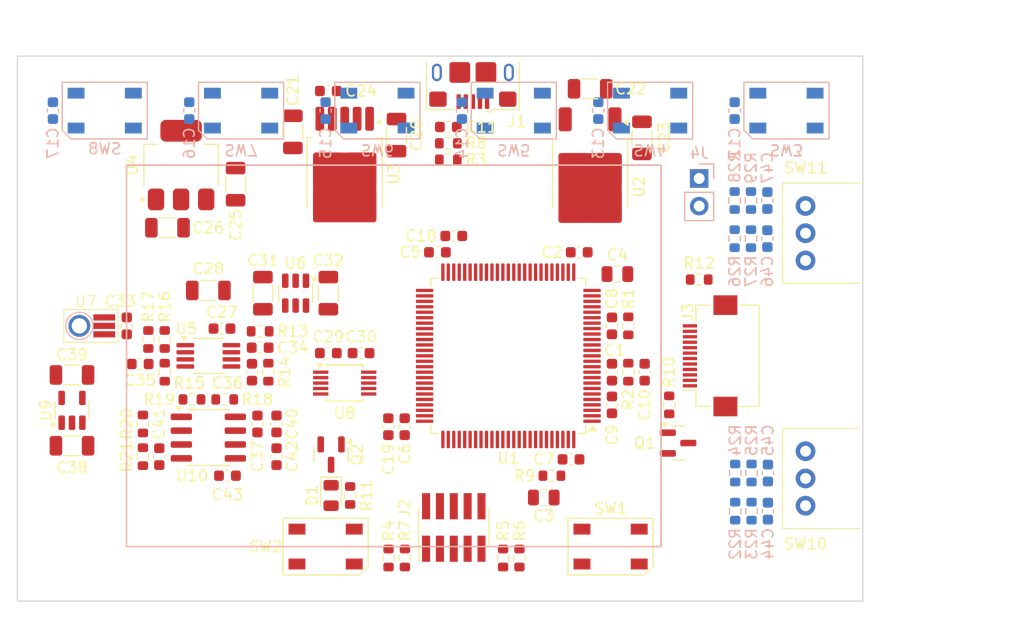
<source format=kicad_pcb>
(kicad_pcb (version 20240108) (generator "pcbnew") (generator_version "8.0")
  (layers (0 "F.Cu" signal) (31 "B.Cu" signal) (34 "B.Paste" user) (35 "F.Paste" user) (36 "B.SilkS" user "B.Silkscreen") (37 "F.SilkS" user "F.Silkscreen") (38 "B.Mask" user) (39 "F.Mask" user) (44 "Edge.Cuts" user))
  (net 0 "")
  (net 1 "+3V3")
  (net 2 "GNDA")
  (net 3 "/Prozessor/NRST")
  (net 4 "Net-(J1-Shield)")
  (net 5 "/Prozessor/SW_0")
  (net 6 "/Prozessor/SW_1")
  (net 7 "/Prozessor/SW_2")
  (net 8 "/Prozessor/SW_3")
  (net 9 "/Prozessor/SW_4")
  (net 10 "/Prozessor/SW_5")
  (net 11 "+5V")
  (net 12 "+3.3V")
  (net 13 "Net-(U3-CS)")
  (net 14 "+1V8")
  (net 15 "Net-(U6-VOUT)")
  (net 16 "+2V5")
  (net 17 "Net-(U5B--)")
  (net 18 "Net-(U7-OUT+)")
  (net 19 "Net-(U5A-+)")
  (net 20 "GNDREF")
  (net 21 "Net-(U5B-+)")
  (net 22 "Net-(U10-+)")
  (net 23 "Net-(U10-COMP)")
  (net 24 "Net-(D1-A)")
  (net 25 "/Prozessor/USB_OTG_HS_DM")
  (net 26 "/Prozessor/USB_OTG_HS_DP")
  (net 27 "VBUS")
  (net 28 "/Prozessor/JTMS_SWDIO")
  (net 29 "/Prozessor/JTCK_SWCLK")
  (net 30 "/Prozessor/NJTRST")
  (net 31 "/Prozessor/JTDO_SWO")
  (net 32 "/Prozessor/JTDI")
  (net 33 "/Prozessor/LCD_CS")
  (net 34 "/Prozessor/LCD_TE")
  (net 35 "/Prozessor/LCD_RESX")
  (net 36 "Net-(J3-Pin_3)")
  (net 37 "/Prozessor/LCD_SCL")
  (net 38 "/Prozessor/LCD_SDA")
  (net 39 "/Prozessor/LCD_DC")
  (net 40 "/Prozessor/LED_PWM")
  (net 41 "Net-(Q1-D)")
  (net 42 "Net-(U1-VREF+)")
  (net 43 "/Prozessor/BOOT")
  (net 44 "/Prozessor/LED_0")
  (net 45 "Net-(R13-Pad1)")
  (net 46 "Net-(U5A--)")
  (net 47 "/Analoge/TRIM8")
  (net 48 "/Analoge/TRIM1")
  (net 49 "/Prozessor/DK1_B")
  (net 50 "/Prozessor/DK0_B")
  (net 55 "/Prozessor/DK0_A")
  (net 75 "/Prozessor/DK1_A")
  (net 84 "Net-(R22-Pad1)")
  (net 87 "Net-(R24-Pad1)")
  (net 90 "Net-(R26-Pad1)")
  (net 93 "Net-(R28-Pad1)")
  (net 121 "Net-(C18-Pad2)")
  (net 122 "Net-(C19-Pad1)")
  (net 123 "Net-(C34-Pad1)")
  (net 124 "/Prozessor/AADU_SCK")
  (net 126 "/Prozessor/AADU_MISO")
  (net 127 "/Prozessor/AADU_CNVST")
  (net 128 "Net-(D1-K)")
  (footprint "Resistor_SMD:R_0603_1608Metric" (layer "F.Cu") (at 141.5 79.25 -90)
    (property "Reference" "R21" (at 0 1.5 90) (layer "F.SilkS"))
    (property "Value" "100k")
    (pad "1" smd roundrect (at -0.825 0 270) (size 0.8 0.95) (layers "F.Cu" "F.Paste" "F.Mask") (net 22 "Net-(U10-+)"))
    (pad "2" smd roundrect (at 0.825 0 270) (size 0.8 0.95) (layers "F.Cu" "F.Paste" "F.Mask") (net 2 "GNDA"))
  )
  (footprint "Capacitor_SMD:C_0603_1608Metric" (layer "F.Cu") (at 153.75 79.25 -90)
    (property "Reference" "C42" (at 0 -1.43 90) (layer "F.SilkS"))
    (property "Value" "1μ")
    (pad "1" smd roundrect (at -0.775 0 270) (size 0.9 0.95) (layers "F.Cu" "F.Paste" "F.Mask") (net 20 "GNDREF"))
    (pad "2" smd roundrect (at 0.775 0 270) (size 0.9 0.95) (layers "F.Cu" "F.Paste" "F.Mask") (net 2 "GNDA"))
  )
  (footprint "Package_TO_SOT_SMD:SOT-23-5" (layer "F.Cu") (at 135 75 90)
    (property "Reference" "U9" (at 0 -2.4 -90) (layer "F.SilkS"))
    (property "Value" "LP5907MFX-2.5")
    (pad "1" smd roundrect (at -1.1375 -0.95 90) (size 1.325 0.6) (layers "F.Cu" "F.Paste" "F.Mask") (net 11 "+5V"))
    (pad "2" smd roundrect (at -1.1375 0 90) (size 1.325 0.6) (layers "F.Cu" "F.Paste" "F.Mask") (net 2 "GNDA"))
    (pad "3" smd roundrect (at -1.1375 0.95 90) (size 1.325 0.6) (layers "F.Cu" "F.Paste" "F.Mask") (net 11 "+5V"))
    (pad "4" smd roundrect (at 1.1375 0.95 90) (size 1.325 0.6) (layers "F.Cu" "F.Paste" "F.Mask"))
    (pad "5" smd roundrect (at 1.1375 -0.95 90) (size 1.325 0.6) (layers "F.Cu" "F.Paste" "F.Mask") (net 16 "+2V5"))
  )
  (footprint "Package_SO:MSOP-10_3x3mm_P0.5mm" (layer "F.Cu") (at 160 72.5)
    (property "Reference" "U8" (at 0 2.75 0) (layer "F.SilkS"))
    (property "Value" "MCP33131")
    (pad "1" smd rect (at -2.2 -1) (size 1.4 0.3) (layers "F.Cu" "F.Paste" "F.Mask") (net 15 "Net-(U6-VOUT)"))
    (pad "2" smd rect (at -2.2 -0.5) (size 1.4 0.3) (layers "F.Cu" "F.Paste" "F.Mask") (net 14 "+1V8"))
    (pad "3" smd rect (at -2.2 0) (size 1.4 0.3) (layers "F.Cu" "F.Paste" "F.Mask") (net 17 "Net-(U5B--)"))
    (pad "4" smd rect (at -2.2 0.5) (size 1.4 0.3) (layers "F.Cu" "F.Paste" "F.Mask") (net 2 "GNDA"))
    (pad "5" smd rect (at -2.2 1) (size 1.4 0.3) (layers "F.Cu" "F.Paste" "F.Mask") (net 2 "GNDA"))
    (pad "6" smd rect (at 2.2 1) (size 1.4 0.3) (layers "F.Cu" "F.Paste" "F.Mask") (net 127 "/Prozessor/AADU_CNVST"))
    (pad "7" smd rect (at 2.2 0.5) (size 1.4 0.3) (layers "F.Cu" "F.Paste" "F.Mask") (net 126 "/Prozessor/AADU_MISO"))
    (pad "8" smd rect (at 2.2 0) (size 1.4 0.3) (layers "F.Cu" "F.Paste" "F.Mask") (net 124 "/Prozessor/AADU_SCK"))
    (pad "9" smd rect (at 2.2 -0.5) (size 1.4 0.3) (layers "F.Cu" "F.Paste" "F.Mask") (net 12 "+3.3V"))
    (pad "10" smd rect (at 2.2 -1) (size 1.4 0.3) (layers "F.Cu" "F.Paste" "F.Mask") (net 12 "+3.3V"))
  )
  (footprint "Resistor_SMD:R_0603_1608Metric" (layer "F.Cu") (at 189.75 74.5 90)
    (property "Reference" "R10" (at 3 0 -90) (layer "F.SilkS"))
    (property "Value" "100")
    (pad "1" smd roundrect (at -0.825 0 90) (size 0.8 0.95) (layers "F.Cu" "F.Paste" "F.Mask") (net 41 "Net-(Q1-D)"))
    (pad "2" smd roundrect (at 0.825 0 90) (size 0.8 0.95) (layers "F.Cu" "F.Paste" "F.Mask") (net 36 "Net-(J3-Pin_3)"))
  )
  (footprint "Capacitor_SMD:C_0603_1608Metric" (layer "F.Cu") (at 165.5 76.5 90)
    (property "Reference" "C6" (at -2.5 0 90) (layer "F.SilkS"))
    (property "Value" "100n")
    (pad "1" smd roundrect (at -0.775 0 90) (size 0.9 0.95) (layers "F.Cu" "F.Paste" "F.Mask") (net 1 "+3V3"))
    (pad "2" smd roundrect (at 0.775 0 90) (size 0.9 0.95) (layers "F.Cu" "F.Paste" "F.Mask") (net 2 "GNDA"))
  )
  (footprint "Connector_USB:USB_Micro-B_Amphenol_10118193-0001LF_Horizontal" (layer "F.Cu") (at 171.75 44 180)
    (property "Reference" "J1" (at -4.05 -4.5 180) (layer "F.SilkS"))
    (property "Value" "USB_B_Micro")
    (pad "1" smd roundrect (at -1.3 -2.675 180) (size 0.4 1.35) (layers "F.Cu" "F.Paste" "F.Mask") (net 27 "VBUS"))
    (pad "2" smd roundrect (at -0.65 -2.675 180) (size 0.4 1.35) (layers "F.Cu" "F.Paste" "F.Mask") (net 25 "/Prozessor/USB_OTG_HS_DM"))
    (pad "3" smd roundrect (at 0 -2.675 180) (size 0.4 1.35) (layers "F.Cu" "F.Paste" "F.Mask") (net 26 "/Prozessor/USB_OTG_HS_DP"))
    (pad "4" smd roundrect (at 0.65 -2.675 180) (size 0.4 1.35) (layers "F.Cu" "F.Paste" "F.Mask") (net 2 "GNDA"))
    (pad "5" smd roundrect (at 1.3 -2.675 180) (size 0.4 1.35) (layers "F.Cu" "F.Paste" "F.Mask") (net 2 "GNDA"))
    (pad "6" thru_hole oval (at -3.3 0 270) (size 1.6 0.9) (drill oval 1.2 0.5) (layers "*.Cu" "*.Mask" "F.Paste") (net 4 "Net-(J1-Shield)"))
    (pad "6" smd roundrect (at -3.2 -2.45 180) (size 1.6 1.4) (layers "F.Cu" "F.Paste" "F.Mask") (roundrect_rratio 0.1785714286) (net 4 "Net-(J1-Shield)"))
    (pad "6" smd roundrect (at -1.2 0 180) (size 1.9 1.9) (layers "F.Cu" "F.Paste" "F.Mask") (roundrect_rratio 0.1315789474) (net 4 "Net-(J1-Shield)"))
    (pad "6" smd roundrect (at 1.2 0 180) (size 1.9 1.9) (layers "F.Cu" "F.Paste" "F.Mask") (roundrect_rratio 0.1315789474) (net 4 "Net-(J1-Shield)"))
    (pad "6" smd roundrect (at 3.2 -2.45 180) (size 1.6 1.4) (layers "F.Cu" "F.Paste" "F.Mask") (roundrect_rratio 0.1785714286) (net 4 "Net-(J1-Shield)"))
    (pad "6" thru_hole oval (at 3.3 0 270) (size 1.6 0.9) (drill oval 1.2 0.5) (layers "*.Cu" "*.Mask" "F.Paste") (net 4 "Net-(J1-Shield)"))
  )
  (footprint "Capacitor_SMD:C_1206_3216Metric" (layer "F.Cu") (at 187.25 50 90)
    (property "Reference" "C23" (at 0.04 2.03 -90) (layer "F.SilkS"))
    (property "Value" "22μ")
    (pad "1" smd roundrect (at -1.475 0 90) (size 1.15 1.8) (layers "F.Cu" "F.Paste" "F.Mask") (roundrect_rratio 0.217391) (net 12 "+3.3V"))
    (pad "2" smd roundrect (at 1.475 0 90) (size 1.15 1.8) (layers "F.Cu" "F.Paste" "F.Mask") (roundrect_rratio 0.217391) (net 2 "GNDA"))
  )
  (footprint "Resistor_SMD:R_0603_1608Metric" (layer "F.Cu") (at 186 67.25 90)
    (property "Reference" "R1" (at 2.5 0 90) (layer "F.SilkS"))
    (property "Value" "47")
    (pad "1" smd roundrect (at -0.825 0 90) (size 0.8 0.95) (layers "F.Cu" "F.Paste" "F.Mask") (net 42 "Net-(U1-VREF+)"))
    (pad "2" smd roundrect (at 0.825 0 90) (size 0.8 0.95) (layers "F.Cu" "F.Paste" "F.Mask") (net 1 "+3V3"))
  )
  (footprint "Capacitor_SMD:C_1206_3216Metric" (layer "F.Cu") (at 150 54.25 90)
    (property "Reference" "C25" (at -3.75 0 -90) (layer "F.SilkS"))
    (property "Value" "10μ")
    (pad "1" smd roundrect (at -1.475 0 90) (size 1.15 1.8) (layers "F.Cu" "F.Paste" "F.Mask") (roundrect_rratio 0.217391) (net 11 "+5V"))
    (pad "2" smd roundrect (at 1.475 0 90) (size 1.15 1.8) (layers "F.Cu" "F.Paste" "F.Mask") (roundrect_rratio 0.217391) (net 2 "GNDA"))
  )
  (footprint "Resistor_SMD:R_0603_1608Metric" (layer "F.Cu") (at 169.5 50.5)
    (property "Reference" "R8" (at 2.55 0 0) (layer "F.SilkS"))
    (property "Value" "1M")
    (pad "1" smd roundrect (at -0.825 0) (size 0.8 0.95) (layers "F.Cu" "F.Paste" "F.Mask") (net 4 "Net-(J1-Shield)"))
    (pad "2" smd roundrect (at 0.825 0) (size 0.8 0.95) (layers "F.Cu" "F.Paste" "F.Mask") (net 2 "GNDA"))
  )
  (footprint "Package_SO:MSOP-8_3x3mm_P0.65mm" (layer "F.Cu") (at 147.5 70)
    (property "Reference" "U5" (at -2 -2.5 0) (layer "F.SilkS"))
    (property "Value" "AD8656")
    (pad "1" smd roundrect (at -2.1125 -0.975) (size 1.625 0.4) (layers "F.Cu" "F.Paste" "F.Mask") (net 45 "Net-(R13-Pad1)"))
    (pad "2" smd roundrect (at -2.1125 -0.325) (size 1.625 0.4) (layers "F.Cu" "F.Paste" "F.Mask") (net 46 "Net-(U5A--)"))
    (pad "3" smd roundrect (at -2.1125 0.325) (size 1.625 0.4) (layers "F.Cu" "F.Paste" "F.Mask") (net 19 "Net-(U5A-+)"))
    (pad "4" smd roundrect (at -2.1125 0.975) (size 1.625 0.4) (layers "F.Cu" "F.Paste" "F.Mask") (net 2 "GNDA"))
    (pad "5" smd roundrect (at 2.1125 0.975) (size 1.625 0.4) (layers "F.Cu" "F.Paste" "F.Mask") (net 21 "Net-(U5B-+)"))
    (pad "6" smd roundrect (at 2.1125 0.325) (size 1.625 0.4) (layers "F.Cu" "F.Paste" "F.Mask") (net 17 "Net-(U5B--)"))
    (pad "7" smd roundrect (at 2.1125 -0.325) (size 1.625 0.4) (layers "F.Cu" "F.Paste" "F.Mask") (net 17 "Net-(U5B--)"))
    (pad "8" smd roundrect (at 2.1125 -0.975) (size 1.625 0.4) (layers "F.Cu" "F.Paste" "F.Mask") (net 11 "+5V"))
  )
  (footprint "Connector_FFC-FPC:Hirose_FH12-12S-0.5SH_1x12-1MP_P0.50mm_Horizontal" (layer "F.Cu") (at 193.5 70 90)
    (property "Reference" "J3" (at 4 -2.05 -90) (layer "F.SilkS"))
    (property "Value" "Conn_01x12_Socket")
    (pad "1" smd rect (at -2.75 -1.85 90) (size 0.3 1.3) (layers "F.Cu" "F.Paste" "F.Mask") (net 2 "GNDA"))
    (pad "2" smd rect (at -2.25 -1.85 90) (size 0.3 1.3) (layers "F.Cu" "F.Paste" "F.Mask") (net 1 "+3V3"))
    (pad "3" smd rect (at -1.75 -1.85 90) (size 0.3 1.3) (layers "F.Cu" "F.Paste" "F.Mask") (net 36 "Net-(J3-Pin_3)"))
    (pad "4" smd rect (at -1.25 -1.85 90) (size 0.3 1.3) (layers "F.Cu" "F.Paste" "F.Mask") (net 1 "+3V3"))
    (pad "5" smd rect (at -0.75 -1.85 90) (size 0.3 1.3) (layers "F.Cu" "F.Paste" "F.Mask") (net 2 "GNDA"))
    (pad "6" smd rect (at -0.25 -1.85 90) (size 0.3 1.3) (layers "F.Cu" "F.Paste" "F.Mask") (net 34 "/Prozessor/LCD_TE"))
    (pad "7" smd rect (at 0.25 -1.85 90) (size 0.3 1.3) (layers "F.Cu" "F.Paste" "F.Mask") (net 39 "/Prozessor/LCD_DC"))
    (pad "8" smd rect (at 0.75 -1.85 90) (size 0.3 1.3) (layers "F.Cu" "F.Paste" "F.Mask") (net 33 "/Prozessor/LCD_CS"))
    (pad "9" smd rect (at 1.25 -1.85 90) (size 0.3 1.3) (layers "F.Cu" "F.Paste" "F.Mask") (net 37 "/Prozessor/LCD_SCL"))
    (pad "10" smd rect (at 1.75 -1.85 90) (size 0.3 1.3) (layers "F.Cu" "F.Paste" "F.Mask") (net 38 "/Prozessor/LCD_SDA"))
    (pad "11" smd rect (at 2.25 -1.85 90) (size 0.3 1.3) (layers "F.Cu" "F.Paste" "F.Mask") (net 35 "/Prozessor/LCD_RESX"))
    (pad "12" smd rect (at 2.75 -1.85 90) (size 0.3 1.3) (layers "F.Cu" "F.Paste" "F.Mask") (net 2 "GNDA"))
    (pad "MP" smd rect (at -4.65 1.4 90) (size 1.8 2.2) (layers "F.Cu" "F.Paste" "F.Mask"))
    (pad "MP" smd rect (at 4.65 1.4 90) (size 1.8 2.2) (layers "F.Cu" "F.Paste" "F.Mask"))
  )
  (footprint "Resistor_SMD:R_0603_1608Metric" (layer "F.Cu") (at 179 81 180)
    (property "Reference" "R9" (at 2.5 0 0) (layer "F.SilkS"))
    (property "Value" "10k")
    (pad "1" smd roundrect (at -0.825 0 180) (size 0.8 0.95) (layers "F.Cu" "F.Paste" "F.Mask") (net 1 "+3V3"))
    (pad "2" smd roundrect (at 0.825 0 180) (size 0.8 0.95) (layers "F.Cu" "F.Paste" "F.Mask") (net 43 "/Prozessor/BOOT"))
  )
  (footprint "Capacitor_SMD:C_1206_3216Metric" (layer "F.Cu") (at 152.5 64.25 90)
    (property "Reference" "C31" (at 3 0 0) (layer "F.SilkS"))
    (property "Value" "1μ")
    (pad "1" smd roundrect (at -1.475 0 90) (size 1.15 1.8) (layers "F.Cu" "F.Paste" "F.Mask") (roundrect_rratio 0.217391) (net 11 "+5V"))
    (pad "2" smd roundrect (at 1.475 0 90) (size 1.15 1.8) (layers "F.Cu" "F.Paste" "F.Mask") (roundrect_rratio 0.217391) (net 2 "GNDA"))
  )
  (footprint "Package_QFP:LQFP-100_14x14mm_P0.5mm" (layer "F.Cu") (at 175 70 180)
    (property "Reference" "U1" (at 0 -9.42 0) (layer "F.SilkS"))
    (property "Value" "STM32H723VETx")
    (pad "1" smd roundrect (at -7.675 -6 180) (size 1.6 0.3) (layers "F.Cu" "F.Paste" "F.Mask"))
    (pad "2" smd roundrect (at -7.675 -5.5 180) (size 1.6 0.3) (layers "F.Cu" "F.Paste" "F.Mask"))
    (pad "3" smd roundrect (at -7.675 -5 180) (size 1.6 0.3) (layers "F.Cu" "F.Paste" "F.Mask"))
    (pad "4" smd roundrect (at -7.675 -4.5 180) (size 1.6 0.3) (layers "F.Cu" "F.Paste" "F.Mask"))
    (pad "5" smd roundrect (at -7.675 -4 180) (size 1.6 0.3) (layers "F.Cu" "F.Paste" "F.Mask"))
    (pad "6" smd roundrect (at -7.675 -3.5 180) (size 1.6 0.3) (layers "F.Cu" "F.Paste" "F.Mask") (net 1 "+3V3"))
    (pad "7" smd roundrect (at -7.675 -3 180) (size 1.6 0.3) (layers "F.Cu" "F.Paste" "F.Mask"))
    (pad "8" smd roundrect (at -7.675 -2.5 180) (size 1.6 0.3) (layers "F.Cu" "F.Paste" "F.Mask"))
    (pad "9" smd roundrect (at -7.675 -2 180) (size 1.6 0.3) (layers "F.Cu" "F.Paste" "F.Mask"))
    (pad "10" smd roundrect (at -7.675 -1.5 180) (size 1.6 0.3) (layers "F.Cu" "F.Paste" "F.Mask") (net 2 "GNDA"))
    (pad "11" smd roundrect (at -7.675 -1 180) (size 1.6 0.3) (layers "F.Cu" "F.Paste" "F.Mask") (net 1 "+3V3"))
    (pad "12" smd roundrect (at -7.675 -0.5 180) (size 1.6 0.3) (layers "F.Cu" "F.Paste" "F.Mask"))
    (pad "13" smd roundrect (at -7.675 0 180) (size 1.6 0.3) (layers "F.Cu" "F.Paste" "F.Mask"))
    (pad "14" smd roundrect (at -7.675 0.5 180) (size 1.6 0.3) (layers "F.Cu" "F.Paste" "F.Mask") (net 3 "/Prozessor/NRST"))
    (pad "15" smd roundrect (at -7.675 1 180) (size 1.6 0.3) (layers "F.Cu" "F.Paste" "F.Mask"))
    (pad "16" smd roundrect (at -7.675 1.5 180) (size 1.6 0.3) (layers "F.Cu" "F.Paste" "F.Mask"))
    (pad "17" smd roundrect (at -7.675 2 180) (size 1.6 0.3) (layers "F.Cu" "F.Paste" "F.Mask"))
    (pad "18" smd roundrect (at -7.675 2.5 180) (size 1.6 0.3) (layers "F.Cu" "F.Paste" "F.Mask"))
    (pad "19" smd roundrect (at -7.675 3 180) (size 1.6 0.3) (layers "F.Cu" "F.Paste" "F.Mask") (net 2 "GNDA"))
    (pad "20" smd roundrect (at -7.675 3.5 180) (size 1.6 0.3) (layers "F.Cu" "F.Paste" "F.Mask") (net 42 "Net-(U1-VREF+)"))
    (pad "21" smd roundrect (at -7.675 4 180) (size 1.6 0.3) (layers "F.Cu" "F.Paste" "F.Mask") (net 1 "+3V3"))
    (pad "22" smd roundrect (at -7.675 4.5 180) (size 1.6 0.3) (layers "F.Cu" "F.Paste" "F.Mask") (net 40 "/Prozessor/LED_PWM"))
    (pad "23" smd roundrect (at -7.675 5 180) (size 1.6 0.3) (layers "F.Cu" "F.Paste" "F.Mask") (net 44 "/Prozessor/LED_0"))
    (pad "24" smd roundrect (at -7.675 5.5 180) (size 1.6 0.3) (layers "F.Cu" "F.Paste" "F.Mask") (net 34 "/Prozessor/LCD_TE"))
    (pad "25" smd roundrect (at -7.675 6 180) (size 1.6 0.3) (layers "F.Cu" "F.Paste" "F.Mask") (net 39 "/Prozessor/LCD_DC"))
    (pad "26" smd roundrect (at -6 7.675 180) (size 0.3 1.6) (layers "F.Cu" "F.Paste" "F.Mask") (net 2 "GNDA"))
    (pad "27" smd roundrect (at -5.5 7.675 180) (size 0.3 1.6) (layers "F.Cu" "F.Paste" "F.Mask") (net 1 "+3V3"))
    (pad "28" smd roundrect (at -5 7.675 180) (size 0.3 1.6) (layers "F.Cu" "F.Paste" "F.Mask") (net 33 "/Prozessor/LCD_CS"))
    (pad "29" smd roundrect (at -4.5 7.675 180) (size 0.3 1.6) (layers "F.Cu" "F.Paste" "F.Mask") (net 37 "/Prozessor/LCD_SCL"))
    (pad "30" smd roundrect (at -4 7.675 180) (size 0.3 1.6) (layers "F.Cu" "F.Paste" "F.Mask") (net 38 "/Prozessor/LCD_SDA"))
    (pad "31" smd roundrect (at -3.5 7.675 180) (size 0.3 1.6) (layers "F.Cu" "F.Paste" "F.Mask"))
    (pad "32" smd roundrect (at -3 7.675 180) (size 0.3 1.6) (layers "F.Cu" "F.Paste" "F.Mask"))
    (pad "33" smd roundrect (at -2.5 7.675 180) (size 0.3 1.6) (layers "F.Cu" "F.Paste" "F.Mask"))
    (pad "34" smd roundrect (at -2 7.675 180) (size 0.3 1.6) (layers "F.Cu" "F.Paste" "F.Mask"))
    (pad "35" smd roundrect (at -1.5 7.675 180) (size 0.3 1.6) (layers "F.Cu" "F.Paste" "F.Mask"))
    (pad "36" smd roundrect (at -1 7.675 180) (size 0.3 1.6) (layers "F.Cu" "F.Paste" "F.Mask"))
    (pad "37" smd roundrect (at -0.5 7.675 180) (size 0.3 1.6) (layers "F.Cu" "F.Paste" "F.Mask"))
    (pad "38" smd roundrect (at 0 7.675 180) (size 0.3 1.6) (layers "F.Cu" "F.Paste" "F.Mask"))
    (pad "39" smd roundrect (at 0.5 7.675 180) (size 0.3 1.6) (layers "F.Cu" "F.Paste" "F.Mask"))
    (pad "40" smd roundrect (at 1 7.675 180) (size 0.3 1.6) (layers "F.Cu" "F.Paste" "F.Mask"))
    (pad "41" smd roundrect (at 1.5 7.675 180) (size 0.3 1.6) (layers "F.Cu" "F.Paste" "F.Mask"))
    (pad "42" smd roundrect (at 2 7.675 180) (size 0.3 1.6) (layers "F.Cu" "F.Paste" "F.Mask"))
    (pad "43" smd roundrect (at 2.5 7.675 180) (size 0.3 1.6) (layers "F.Cu" "F.Paste" "F.Mask"))
    (pad "44" smd roundrect (at 3 7.675 180) (size 0.3 1.6) (layers "F.Cu" "F.Paste" "F.Mask"))
    (pad "45" smd roundrect (at 3.5 7.675 180) (size 0.3 1.6) (layers "F.Cu" "F.Paste" "F.Mask"))
    (pad "46" smd roundrect (at 4 7.675 180) (size 0.3 1.6) (layers "F.Cu" "F.Paste" "F.Mask"))
    (pad "47" smd roundrect (at 4.5 7.675 180) (size 0.3 1.6) (layers "F.Cu" "F.Paste" "F.Mask"))
    (pad "48" smd roundrect (at 5 7.675 180) (size 0.3 1.6) (layers "F.Cu" "F.Paste" "F.Mask") (net 121 "Net-(C18-Pad2)"))
    (pad "49" smd roundrect (at 5.5 7.675 180) (size 0.3 1.6) (layers "F.Cu" "F.Paste" "F.Mask") (net 2 "GNDA"))
    (pad "50" smd roundrect (at 6 7.675 180) (size 0.3 1.6) (layers "F.Cu" "F.Paste" "F.Mask") (net 1 "+3V3"))
    (pad "51" smd roundrect (at 7.675 6 180) (size 1.6 0.3) (layers "F.Cu" "F.Paste" "F.Mask"))
    (pad "52" smd roundrect (at 7.675 5.5 180) (size 1.6 0.3) (layers "F.Cu" "F.Paste" "F.Mask") (net 124 "/Prozessor/AADU_SCK"))
    (pad "53" smd roundrect (at 7.675 5 180) (size 1.6 0.3) (layers "F.Cu" "F.Paste" "F.Mask") (net 126 "/Prozessor/AADU_MISO"))
    (pad "54" smd roundrect (at 7.675 4.5 180) (size 1.6 0.3) (layers "F.Cu" "F.Paste" "F.Mask"))
    (pad "55" smd roundrect (at 7.675 4 180) (size 1.6 0.3) (layers "F.Cu" "F.Paste" "F.Mask"))
    (pad "56" smd roundrect (at 7.675 3.5 180) (size 1.6 0.3) (layers "F.Cu" "F.Paste" "F.Mask"))
    (pad "57" smd roundrect (at 7.675 3 180) (size 1.6 0.3) (layers "F.Cu" "F.Paste" "F.Mask"))
    (pad "58" smd roundrect (at 7.675 2.5 180) (size 1.6 0.3) (layers "F.Cu" "F.Paste" "F.Mask"))
    (pad "59" smd roundrect (at 7.675 2 180) (size 1.6 0.3) (layers "F.Cu" "F.Paste" "F.Mask"))
    (pad "60" smd roundrect (at 7.675 1.5 180) (size 1.6 0.3) (layers "F.Cu" "F.Paste" "F.Mask"))
    (pad "61" smd roundrect (at 7.675 1 180) (size 1.6 0.3) (layers "F.Cu" "F.Paste" "F.Mask"))
    (pad "62" smd roundrect (at 7.675 0.5 180) (size 1.6 0.3) (layers "F.Cu" "F.Paste" "F.Mask"))
    (pad "63" smd roundrect (at 7.675 0 180) (size 1.6 0.3) (layers "F.Cu" "F.Paste" "F.Mask") (net 127 "/Prozessor/AADU_CNVST"))
    (pad "64" smd roundrect (at 7.675 -0.5 180) (size 1.6 0.3) (layers "F.Cu" "F.Paste" "F.Mask"))
    (pad "65" smd roundrect (at 7.675 -1 180) (size 1.6 0.3) (layers "F.Cu" "F.Paste" "F.Mask"))
    (pad "66" smd roundrect (at 7.675 -1.5 180) (size 1.6 0.3) (layers "F.Cu" "F.Paste" "F.Mask"))
    (pad "67" smd roundrect (at 7.675 -2 180) (size 1.6 0.3) (layers "F.Cu" "F.Paste" "F.Mask"))
    (pad "68" smd roundrect (at 7.675 -2.5 180) (size 1.6 0.3) (layers "F.Cu" "F.Paste" "F.Mask"))
    (pad "69" smd roundrect (at 7.675 -3 180) (size 1.6 0.3) (layers "F.Cu" "F.Paste" "F.Mask"))
    (pad "70" smd roundrect (at 7.675 -3.5 180) (size 1.6 0.3) (layers "F.Cu" "F.Paste" "F.Mask") (net 25 "/Prozessor/USB_OTG_HS_DM"))
    (pad "71" smd roundrect (at 7.675 -4 180) (size 1.6 0.3) (layers "F.Cu" "F.Paste" "F.Mask") (net 26 "/Prozessor/USB_OTG_HS_DP"))
    (pad "72" smd roundrect (at 7.675 -4.5 180) (size 1.6 0.3) (layers "F.Cu" "F.Paste" "F.Mask") (net 28 "/Prozessor/JTMS_SWDIO"))
    (pad "73" smd roundrect (at 7.675 -5 180) (size 1.6 0.3) (layers "F.Cu" "F.Paste" "F.Mask") (net 122 "Net-(C19-Pad1)"))
    (pad "74" smd roundrect (at 7.675 -5.5 180) (size 1.6 0.3) (layers "F.Cu" "F.Paste" "F.Mask") (net 2 "GNDA"))
    (pad "75" smd roundrect (at 7.675 -6 180) (size 1.6 0.3) (layers "F.Cu" "F.Paste" "F.Mask") (net 1 "+3V3"))
    (pad "76" smd roundrect (at 6 -7.675 180) (size 0.3 1.6) (layers "F.Cu" "F.Paste" "F.Mask") (net 29 "/Prozessor/JTCK_SWCLK"))
    (pad "77" smd roundrect (at 5.5 -7.675 180) (size 0.3 1.6) (layers "F.Cu" "F.Paste" "F.Mask"))
    (pad "78" smd roundrect (at 5 -7.675 180) (size 0.3 1.6) (layers "F.Cu" "F.Paste" "F.Mask"))
    (pad "79" smd roundrect (at 4.5 -7.675 180) (size 0.3 1.6) (layers "F.Cu" "F.Paste" "F.Mask"))
    (pad "80" smd roundrect (at 4 -7.675 180) (size 0.3 1.6) (layers "F.Cu" "F.Paste" "F.Mask"))
    (pad "81" smd roundrect (at 3.5 -7.675 180) (size 0.3 1.6) (layers "F.Cu" "F.Paste" "F.Mask"))
    (pad "82" smd roundrect (at 3 -7.675 180) (size 0.3 1.6) (layers "F.Cu" "F.Paste" "F.Mask"))
    (pad "83" smd roundrect (at 2.5 -7.675 180) (size 0.3 1.6) (layers "F.Cu" "F.Paste" "F.Mask"))
    (pad "84" smd roundrect (at 2 -7.675 180) (size 0.3 1.6) (layers "F.Cu" "F.Paste" "F.Mask"))
    (pad "85" smd roundrect (at 1.5 -7.675 180) (size 0.3 1.6) (layers "F.Cu" "F.Paste" "F.Mask"))
    (pad "86" smd roundrect (at 1 -7.675 180) (size 0.3 1.6) (layers "F.Cu" "F.Paste" "F.Mask"))
    (pad "87" smd roundrect (at 0.5 -7.675 180) (size 0.3 1.6) (layers "F.Cu" "F.Paste" "F.Mask"))
    (pad "88" smd roundrect (at 0 -7.675 180) (size 0.3 1.6) (layers "F.Cu" "F.Paste" "F.Mask"))
    (pad "89" smd roundrect (at -0.5 -7.675 180) (size 0.3 1.6) (layers "F.Cu" "F.Paste" "F.Mask"))
    (pad "90" smd roundrect (at -1 -7.675 180) (size 0.3 1.6) (layers "F.Cu" "F.Paste" "F.Mask") (net 55 "/Prozessor/DK0_A"))
    (pad "91" smd roundrect (at -1.5 -7.675 180) (size 0.3 1.6) (layers "F.Cu" "F.Paste" "F.Mask") (net 50 "/Prozessor/DK0_B"))
    (pad "92" smd roundrect (at -2 -7.675 180) (size 0.3 1.6) (layers "F.Cu" "F.Paste" "F.Mask") (net 75 "/Prozessor/DK1_A"))
    (pad "93" smd roundrect (at -2.5 -7.675 180) (size 0.3 1.6) (layers "F.Cu" "F.Paste" "F.Mask") (net 49 "/Prozessor/DK1_B"))
    (pad "94" smd roundrect (at -3 -7.675 180) (size 0.3 1.6) (layers "F.Cu" "F.Paste" "F.Mask") (net 43 "/Prozessor/BOOT"))
    (pad "95" smd roundrect (at -3.5 -7.675 180) (size 0.3 1.6) (layers "F.Cu" "F.Paste" "F.Mask"))
    (pad "96" smd roundrect (at -4 -7.675 180) (size 0.3 1.6) (layers "F.Cu" "F.Paste" "F.Mask"))
    (pad "97" smd roundrect (at -4.5 -7.675 180) (size 0.3 1.6) (layers "F.Cu" "F.Paste" "F.Mask"))
    (pad "98" smd roundrect (at -5 -7.675 180) (size 0.3 1.6) (layers "F.Cu" "F.Paste" "F.Mask"))
    (pad "99" smd roundrect (at -5.5 -7.675 180) (size 0.3 1.6) (layers "F.Cu" "F.Paste" "F.Mask") (net 2 "GNDA"))
    (pad "100" smd roundrect (at -6 -7.675 180) (size 0.3 1.6) (layers "F.Cu" "F.Paste" "F.Mask") (net 1 "+3V3"))
  )
  (footprint "Rotary_Encoder:RotaryEncoder_Bourns_Horizontal_PEC09-2xxxF-Nxxxx" (layer "F.Cu") (at 202.25 83.75)
    (property "Reference" "SW10" (at 0 3.5 0) (layer "F.SilkS"))
    (property "Value" "RotaryEncoder")
    (pad "A" thru_hole circle (at 0 0) (size 1.8 1.8) (drill 1) (layers "*.Cu" "*.Mask") (net 84 "Net-(R22-Pad1)"))
    (pad "B" thru_hole circle (at 0 -5) (size 1.8 1.8) (drill 1) (layers "*.Cu" "*.Mask") (net 87 "Net-(R24-Pad1)"))
    (pad "C" thru_hole circle (at 0 -2.5) (size 1.8 1.8) (drill 1) (layers "*.Cu" "*.Mask") (net 2 "GNDA"))
  )
  (footprint "Capacitor_SMD:C_0603_1608Metric" (layer "F.Cu") (at 140.0175 67.25 90)
    (property "Reference" "C33" (at 2.25 -0.5925 0) (layer "F.SilkS"))
    (property "Value" "100n")
    (pad "1" smd roundrect (at -0.775 0 90) (size 0.9 0.95) (layers "F.Cu" "F.Paste" "F.Mask") (net 2 "GNDA"))
    (pad "2" smd roundrect (at 0.775 0 90) (size 0.9 0.95) (layers "F.Cu" "F.Paste" "F.Mask") (net 16 "+2V5"))
  )
  (footprint "Capacitor_SMD:C_1206_3216Metric" (layer "F.Cu") (at 164.75 49.75 -90)
    (property "Reference" "C20" (at 0 -1.85 90) (layer "F.SilkS"))
    (property "Value" "330n")
    (pad "1" smd roundrect (at -1.475 0 270) (size 1.15 1.8) (layers "F.Cu" "F.Paste" "F.Mask") (roundrect_rratio 0.217391) (net 27 "VBUS"))
    (pad "2" smd roundrect (at 1.475 0 270) (size 1.15 1.8) (layers "F.Cu" "F.Paste" "F.Mask") (roundrect_rratio 0.217391) (net 2 "GNDA"))
  )
  (footprint "Resistor_SMD:R_0603_1608Metric" (layer "F.Cu") (at 192.5 63 180)
    (property "Reference" "R12" (at 0 1.5 0) (layer "F.SilkS"))
    (property "Value" "10k")
    (pad "1" smd roundrect (at -0.825 0 180) (size 0.8 0.95) (layers "F.Cu" "F.Paste" "F.Mask") (net 1 "+3V3"))
    (pad "2" smd roundrect (at 0.825 0 180) (size 0.8 0.95) (layers "F.Cu" "F.Paste" "F.Mask") (net 35 "/Prozessor/LCD_RESX"))
  )
  (footprint "maßstandflächen:IM68A130A_hand" (layer "F.Cu") (at 136.25 67.25 180)
    (property "Reference" "U7" (at 0 2.25 0) (layer "F.SilkS") (effects (font (thickness 0.1))))
    (property "Value" "IM68A130A")
    (pad "1" smd rect (at -1.09 -0.775 180) (size 2 0.57) (drill (offset -0.615 0)) (layers "F.Cu" "F.Paste" "F.Mask") (net 18 "Net-(U7-OUT+)"))
    (pad "2" smd rect (at -1.09 0 180) (size 2 0.57) (drill (offset -0.615 0)) (layers "F.Cu" "F.Paste" "F.Mask") (net 2 "GNDA"))
    (pad "3" smd rect (at -1.09 0.775 180) (size 2 0.57) (drill (offset -0.615 0)) (layers "F.Cu" "F.Paste" "F.Mask") (net 16 "+2V5"))
    (pad "4" thru_hole circle (at 0.575 0 180) (size 2 2) (drill 1.4) (layers "*.Cu" "*.Mask") (net 2 "GNDA"))
  )
  (footprint "Package_TO_SOT_SMD:TO-252-2" (layer "F.Cu") (at 182.4975 53.34 -90)
    (property "Reference" "U2" (at 1.16 -4.5025 90) (layer "F.SilkS"))
    (property "Value" "AZ1117D-ADJ")
    (pad "1" smd roundrect (at -5.04 -2.28 270) (size 2.2 1.2) (layers "F.Cu" "F.Paste" "F.Mask") (roundrect_rratio 0.208333) (net 2 "GNDA"))
    (pad "2" smd roundrect (at -0.415 -1.525 270) (size 3.05 2.75) (layers "F.Cu" "F.Paste") (roundrect_rratio 0.090909) (net 12 "+3.3V"))
    (pad "2" smd roundrect (at -0.415 1.525 270) (size 3.05 2.75) (layers "F.Cu" "F.Paste") (roundrect_rratio 0.090909) (net 12 "+3.3V"))
    (pad "2" smd roundrect (at 1.26 0 270) (size 6.4 5.8) (layers "F.Cu" "F.Mask") (roundrect_rratio 0.043103) (net 12 "+3.3V"))
    (pad "2" smd roundrect (at 2.935 -1.525 270) (size 3.05 2.75) (layers "F.Cu" "F.Paste") (roundrect_rratio 0.090909) (net 12 "+3.3V"))
    (pad "2" smd roundrect (at 2.935 1.525 270) (size 3.05 2.75) (layers "F.Cu" "F.Paste") (roundrect_rratio 0.090909) (net 12 "+3.3V"))
    (pad "3" smd roundrect (at -5.04 2.28 270) (size 2.2 1.2) (layers "F.Cu" "F.Paste" "F.Mask") (roundrect_rratio 0.208333) (net 27 "VBUS"))
  )
  (footprint "Resistor_SMD:R_0603_1608Metric" (layer "F.Cu") (at 186 71.5 90)
    (property "Reference" "R2" (at -2.5 0 90) (layer "F.SilkS"))
    (property "Value" "10k")
    (pad "1" smd roundrect (at -0.825 0 90) (size 0.8 0.95) (layers "F.Cu" "F.Paste" "F.Mask") (net 1 "+3V3"))
    (pad "2" smd roundrect (at 0.825 0 90) (size 0.8 0.95) (layers "F.Cu" "F.Paste" "F.Mask") (net 3 "/Prozessor/NRST"))
  )
  (footprint "Package_TO_SOT_SMD:SOT-23" (layer "F.Cu") (at 158.75 79.0625 -90)
    (property "Reference" "Q2" (at 0 -2.4 90) (layer "F.SilkS"))
    (property "Value" "2N7002")
    (pad "1" smd roundrect (at -0.9375 -0.95 270) (size 1.475 0.6) (layers "F.Cu" "F.Paste" "F.Mask") (net 44 "/Prozessor/LED_0"))
    (pad "2" smd roundrect (at -0.9375 0.95 270) (size 1.475 0.6) (layers "F.Cu" "F.Paste" "F.Mask") (net 2 "GNDA"))
    (pad "3" smd roundrect (at 0.9375 0 270) (size 1.475 0.6) (layers "F.Cu" "F.Paste" "F.Mask") (net 128 "Net-(D1-K)"))
  )
  (footprint "Resistor_SMD:R_0603_1608Metric" (layer "F.Cu") (at 142 68.5 90)
    (property "Reference" "R17" (at 3 0 -90) (layer "F.SilkS"))
    (property "Value" "100")
    (pad "1" smd roundrect (at -0.825 0 90) (size 0.8 0.95) (layers "F.Cu" "F.Paste" "F.Mask") (net 20 "GNDREF"))
    (pad "2" smd roundrect (at 0.825 0 90) (size 0.8 0.95) (layers "F.Cu" "F.Paste" "F.Mask") (net 46 "Net-(U5A--)"))
  )
  (footprint "Capacitor_SMD:C_0603_1608Metric" (layer "F.Cu") (at 149.25 81 180)
    (property "Reference" "C43" (at 0 -1.75 180) (layer "F.SilkS"))
    (property "Value" "10p")
    (pad "1" smd roundrect (at -0.775 0 180) (size 0.9 0.95) (layers "F.Cu" "F.Paste" "F.Mask") (net 23 "Net-(U10-COMP)"))
    (pad "2" smd roundrect (at 0.775 0 180) (size 0.9 0.95) (layers "F.Cu" "F.Paste" "F.Mask") (net 2 "GNDA"))
  )
  (footprint "Capacitor_SMD:C_1206_3216Metric" (layer "F.Cu") (at 182.5 45.5)
    (property "Reference" "C22" (at 3.75 0 0) (layer "F.SilkS"))
    (property "Value" "10μ")
    (pad "1" smd roundrect (at -1.475 0) (size 1.15 1.8) (layers "F.Cu" "F.Paste" "F.Mask") (roundrect_rratio 0.217391) (net 27 "VBUS"))
    (pad "2" smd roundrect (at 1.475 0) (size 1.15 1.8) (layers "F.Cu" "F.Paste" "F.Mask") (roundrect_rratio 0.217391) (net 2 "GNDA"))
  )
  (footprint "Resistor_SMD:R_0603_1608Metric" (layer "F.Cu") (at 160.5 82.8125 90)
    (property "Reference" "R11" (at 0 1.5 90) (layer "F.SilkS"))
    (property "Value" "650")
    (pad "1" smd roundrect (at -0.825 0 90) (size 0.8 0.95) (layers "F.Cu" "F.Paste" "F.Mask") (net 24 "Net-(D1-A)"))
    (pad "2" smd roundrect (at 0.825 0 90) (size 0.8 0.95) (layers "F.Cu" "F.Paste" "F.Mask") (net 1 "+3V3"))
  )
  (footprint "Capacitor_SMD:C_1206_3216Metric" (layer "F.Cu") (at 135 78.25)
    (property "Reference" "C38" (at 0 2 0) (layer "F.SilkS"))
    (property "Value" "1μ")
    (pad "1" smd roundrect (at -1.475 0) (size 1.15 1.8) (layers "F.Cu" "F.Paste" "F.Mask") (roundrect_rratio 0.217391) (net 11 "+5V"))
    (pad "2" smd roundrect (at 1.475 0) (size 1.15 1.8) (layers "F.Cu" "F.Paste" "F.Mask") (roundrect_rratio 0.217391) (net 2 "GNDA"))
  )
  (footprint "Resistor_SMD:R_0603_1608Metric" (layer "F.Cu") (at 174.52 88.55 90)
    (property "Reference" "R5" (at 2.5 0 90) (layer "F.SilkS"))
    (property "Value" "10k")
    (pad "1" smd roundrect (at -0.825 0 90) (size 0.8 0.95) (layers "F.Cu" "F.Paste" "F.Mask") (net 1 "+3V3"))
    (pad "2" smd roundrect (at 0.825 0 90) (size 0.8 0.95) (layers "F.Cu" "F.Paste" "F.Mask") (net 31 "/Prozessor/JTDO_SWO"))
  )
  (footprint "Capacitor_SMD:C_0603_1608Metric" (layer "F.Cu") (at 158.5 69.75)
    (property "Reference" "C29" (at 0 -1.5 0) (layer "F.SilkS"))
    (property "Value" "1μ")
    (pad "1" smd roundrect (at -0.775 0) (size 0.9 0.95) (layers "F.Cu" "F.Paste" "F.Mask") (net 14 "+1V8"))
    (pad "2" smd roundrect (at 0.775 0) (size 0.9 0.95) (layers "F.Cu" "F.Paste" "F.Mask") (net 2 "GNDA"))
  )
  (footprint "Capacitor_SMD:C_1206_3216Metric" (layer "F.Cu") (at 155.25 49.45 -90)
    (property "Reference" "C21" (at -3.8 0 90) (layer "F.SilkS"))
    (property "Value" "470n")
    (pad "1" smd roundrect (at -1.475 0 270) (size 1.15 1.8) (layers "F.Cu" "F.Paste" "F.Mask") (roundrect_rratio 0.217391) (net 11 "+5V"))
    (pad "2" smd roundrect (at 1.475 0 270) (size 1.15 1.8) (layers "F.Cu" "F.Paste" "F.Mask") (roundrect_rratio 0.217391) (net 2 "GNDA"))
  )
  (footprint "Resistor_SMD:R_0603_1608Metric" (layer "F.Cu") (at 165.52 88.55 -90)
    (property "Reference" "R7" (at -2.5 0 90) (layer "F.SilkS"))
    (property "Value" "10k")
    (pad "1" smd roundrect (at -0.825 0 270) (size 0.8 0.95) (layers "F.Cu" "F.Paste" "F.Mask") (net 29 "/Prozessor/JTCK_SWCLK"))
    (pad "2" smd roundrect (at 0.825 0 270) (size 0.8 0.95) (layers "F.Cu" "F.Paste" "F.Mask") (net 2 "GNDA"))
  )
  (footprint "Capacitor_SMD:C_0603_1608Metric" (layer "F.Cu") (at 141.25 70.75)
    (property "Reference" "C35" (at 0 1.5 0) (layer "F.SilkS"))
    (property "Value" "10μ")
    (pad "1" smd roundrect (at -0.775 0) (size 0.9 0.95) (layers "F.Cu" "F.Paste" "F.Mask") (net 18 "Net-(U7-OUT+)"))
    (pad "2" smd roundrect (at 0.775 0) (size 0.9 0.95) (layers "F.Cu" "F.Paste" "F.Mask") (net 19 "Net-(U5A-+)"))
  )
  (footprint "Capacitor_SMD:C_0603_1608Metric" (layer "F.Cu") (at 181.5 60.5)
    (property "Reference" "C2" (at -2.5 0 0) (layer "F.SilkS"))
    (property "Value" "100n")
    (pad "1" smd roundrect (at -0.775 0) (size 0.9 0.95) (layers "F.Cu" "F.Paste" "F.Mask") (net 1 "+3V3"))
    (pad "2" smd roundrect (at 0.775 0) (size 0.9 0.95) (layers "F.Cu" "F.Paste" "F.Mask") (net 2 "GNDA"))
  )
  (footprint "Capacitor_SMD:C_0603_1608Metric" (layer "F.Cu") (at 148.75 67.5 180)
    (property "Reference" "C27" (at 0 1.5 180) (layer "F.SilkS"))
    (property "Value" "100n")
    (pad "1" smd roundrect (at -0.775 0 180) (size 0.9 0.95) (layers "F.Cu" "F.Paste" "F.Mask") (net 11 "+5V"))
    (pad "2" smd roundrect (at 0.775 0 180) (size 0.9 0.95) (layers "F.Cu" "F.Paste" "F.Mask") (net 2 "GNDA"))
  )
  (footprint "Resistor_SMD:R_0603_1608Metric" (layer "F.Cu") (at 146 74 180)
    (property "Reference" "R19" (at 3 0 180) (layer "F.SilkS"))
    (property "Value" "50k")
    (pad "1" smd roundrect (at -0.825 0 180) (size 0.8 0.95) (layers "F.Cu" "F.Paste" "F.Mask") (net 11 "+5V"))
    (pad "2" smd roundrect (at 0.825 0 180) (size 0.8 0.95) (layers "F.Cu" "F.Paste" "F.Mask") (net 48 "/Analoge/TRIM1"))
  )
  (footprint "Resistor_SMD:R_0603_1608Metric" (layer "F.Cu") (at 176.02 88.55 90)
    (property "Reference" "R6" (at 2.5 0 90) (layer "F.SilkS"))
    (property "Value" "10k")
    (pad "1" smd roundrect (at -0.825 0 90) (size 0.8 0.95) (layers "F.Cu" "F.Paste" "F.Mask") (net 1 "+3V3"))
    (pad "2" smd roundrect (at 0.825 0 90) (size 0.8 0.95) (layers "F.Cu" "F.Paste" "F.Mask") (net 32 "/Prozessor/JTDI"))
  )
  (footprint "Capacitor_SMD:C_0603_1608Metric" (layer "F.Cu") (at 152.25 69.25 180)
    (property "Reference" "C34" (at -3 0 180) (layer "F.SilkS"))
    (property "Value" "7.5n")
    (pad "1" smd roundrect (at -0.775 0 180) (size 0.9 0.95) (layers "F.Cu" "F.Paste" "F.Mask") (net 123 "Net-(C34-Pad1)"))
    (pad "2" smd roundrect (at 0.775 0 180) (size 0.9 0.95) (layers "F.Cu" "F.Paste" "F.Mask") (net 17 "Net-(U5B--)"))
  )
  (footprint "maßstandflächen:häufige_kurzhubtaster" (layer "F.Cu") (at 184.375 87.5 90)
    (property "Reference" "SW1" (at 3.5 0 0) (layer "F.SilkS"))
    (property "Value" "SW_Omron_B3FS")
    (pad "1" smd rect (at -1.6 2.625 90) (size 1 1.55) (layers "F.Cu" "F.Paste" "F.Mask") (net 2 "GNDA"))
    (pad "2" smd rect (at 1.6 2.625 90) (size 1 1.55) (layers "F.Cu" "F.Paste" "F.Mask") (net 3 "/Prozessor/NRST"))
    (pad "3" smd rect (at -1.6 -2.625 90) (size 1 1.55) (layers "F.Cu" "F.Paste" "F.Mask"))
    (pad "4" smd rect (at 1.6 -2.625 90) (size 1 1.55) (layers "F.Cu" "F.Paste" "F.Mask"))
  )
  (footprint "Resistor_SMD:R_0603_1608Metric" (layer "F.Cu") (at 141.5 76.25 -90)
    (property "Reference" "R20" (at 0 1.5 90) (layer "F.SilkS"))
    (property "Value" "100k")
    (pad "1" smd roundrect (at -0.825 0 270) (size 0.8 0.95) (layers "F.Cu" "F.Paste" "F.Mask") (net 11 "+5V"))
    (pad "2" smd roundrect (at 0.825 0 270) (size 0.8 0.95) (layers "F.Cu" "F.Paste" "F.Mask") (net 22 "Net-(U10-+)"))
  )
  (footprint "Package_TO_SOT_SMD:TO-252-5_TabPin3" (layer "F.Cu") (at 160 53.29 -90)
    (property "Reference" "U3" (at 0 -4.5 90) (layer "F.SilkS"))
    (property "Value" "NJM12856DL3-05")
    (pad "1" smd roundrect (at -5.04 -2.28 270) (size 2.2 0.8) (layers "F.Cu" "F.Paste" "F.Mask") (net 27 "VBUS"))
    (pad "2" smd roundrect (at -5.04 -1.14 270) (size 2.2 0.8) (layers "F.Cu" "F.Paste" "F.Mask") (net 27 "VBUS"))
    (pad "3" smd roundrect (at -5.04 0 270) (size 2.2 0.8) (layers "F.Cu" "F.Paste" "F.Mask") (net 2 "GNDA"))
    (pad "3" smd roundrect (at -0.415 -1.525 270) (size 3.05 2.75) (layers "F.Cu" "F.Paste") (roundrect_rratio 0.090909) (net 2 "GNDA"))
    (pad "3" smd roundrect (at -0.415 1.525 270) (size 3.05 2.75) (layers "F.Cu" "F.Paste") (roundrect_rratio 0.090909) (net 2 "GNDA"))
    (pad "3" smd roundrect (at 1.26 0 270) (size 6.4 5.8) (layers "F.Cu" "F.Mask") (roundrect_rratio 0.043103) (net 2 "GNDA"))
    (pad "3" smd roundrect (at 2.935 -1.525 270) (size 3.05 2.75) (layers "F.Cu" "F.Paste") (roundrect_rratio 0.090909) (net 2 "GNDA"))
    (pad "3" smd roundrect (at 2.935 1.525 270) (size 3.05 2.75) (layers "F.Cu" "F.Paste") (roundrect_rratio 0.090909) (net 2 "GNDA"))
    (pad "4" smd roundrect (at -5.04 1.14 270) (size 2.2 0.8) (layers "F.Cu" "F.Paste" "F.Mask") (net 11 "+5V"))
    (pad "5" smd roundrect (at -5.04 2.28 270) (size 2.2 0.8) (layers "F.Cu" "F.Paste" "F.Mask") (net 13 "Net-(U3-CS)"))
  )
  (footprint "Package_TO_SOT_SMD:SOT-23-6" (layer "F.Cu") (at 155.5 64.25 -90)
    (property "Reference" "U6" (at -2.75 0 180) (layer "F.SilkS"))
    (property "Value" "REF3450T")
    (pad "1" smd roundrect (at -1.1375 -0.95 270) (size 1.325 0.6) (layers "F.Cu" "F.Paste" "F.Mask"))
    (pad "2" smd roundrect (at -1.1375 0 270) (size 1.325 0.6) (layers "F.Cu" "F.Paste" "F.Mask") (net 2 "GNDA"))
    (pad "3" smd roundrect (at -1.1375 0.95 270) (size 1.325 0.6) (layers "F.Cu" "F.Paste" "F.Mask"))
    (pad "4" smd roundrect (at 1.1375 0.95 270) (size 1.325 0.6) (layers "F.Cu" "F.Paste" "F.Mask") (net 11 "+5V"))
    (pad "5" smd roundrect (at 1.1375 0 270) (size 1.325 0.6) (layers "F.Cu" "F.Paste" "F.Mask"))
    (pad "6" smd roundrect (at 1.1375 -0.95 270) (size 1.325 0.6) (layers "F.Cu" "F.Paste" "F.Mask") (net 15 "Net-(U6-VOUT)"))
  )
  (footprint "Resistor_SMD:R_0603_1608Metric" (layer "F.Cu") (at 143.5 71.5 90)
    (property "Reference" "R15" (at -1 2.25 0) (layer "F.SilkS"))
    (property "Value" "7.5k")
    (pad "1" smd roundrect (at -0.825 0 90) (size 0.8 0.95) (layers "F.Cu" "F.Paste" "F.Mask") (net 20 "GNDREF"))
    (pad "2" smd roundrect (at 0.825 0 90) (size 0.8 0.95) (layers "F.Cu" "F.Paste" "F.Mask") (net 19 "Net-(U5A-+)"))
  )
  (footprint "Connector_PinHeader_1.27mm:PinHeader_2x05_P1.27mm_Vertical_SMD" (layer "F.Cu") (at 170 85.75 90)
    (property "Reference" "J2" (at 1.75 -4.5 90) (layer "F.SilkS"))
    (property "Value" "Conn_02x05_Odd_Even")
    (pad "1" smd rect (at -1.95 -2.54 90) (size 2.4 0.74) (layers "F.Cu" "F.Paste" "F.Mask") (net 1 "+3V3"))
    (pad "2" smd rect (at 1.95 -2.54 90) (size 2.4 0.74) (layers "F.Cu" "F.Paste" "F.Mask") (net 28 "/Prozessor/JTMS_SWDIO"))
    (pad "3" smd rect (at -1.95 -1.27 90) (size 2.4 0.74) (layers "F.Cu" "F.Paste" "F.Mask") (net 2 "GNDA"))
    (pad "4" smd rect (at 1.95 -1.27 90) (size 2.4 0.74) (layers "F.Cu" "F.Paste" "F.Mask") (net 29 "/Prozessor/JTCK_SWCLK"))
    (pad "5" smd rect (at -1.95 0 90) (size 2.4 0.74) (layers "F.Cu" "F.Paste" "F.Mask") (net 2 "GNDA"))
    (pad "6" smd rect (at 1.95 0 90) (size 2.4 0.74) (layers "F.Cu" "F.Paste" "F.Mask") (net 31 "/Prozessor/JTDO_SWO"))
    (pad "7" smd rect (at -1.95 1.27 90) (size 2.4 0.74) (layers "F.Cu" "F.Paste" "F.Mask") (net 2 "GNDA"))
    (pad "8" smd rect (at 1.95 1.27 90) (size 2.4 0.74) (layers "F.Cu" "F.Paste" "F.Mask") (net 32 "/Prozessor/JTDI"))
    (pad "9" smd rect (at -1.95 2.54 90) (size 2.4 0.74) (layers "F.Cu" "F.Paste" "F.Mask") (net 2 "GNDA"))
    (pad "10" smd rect (at 1.95 2.54 90) (size 2.4 0.74) (layers "F.Cu" "F.Paste" "F.Mask") (net 30 "/Prozessor/NJTRST"))
  )
  (footprint "Capacitor_SMD:C_0603_1608Metric" (layer "F.Cu") (at 152 76.25 90)
    (property "Reference" "C37" (at -3 0 -90) (layer "F.SilkS"))
    (property "Value" "100n")
    (pad "1" smd roundrect (at -0.775 0 90) (size 0.9 0.95) (layers "F.Cu" "F.Paste" "F.Mask") (net 11 "+5V"))
    (pad "2" smd roundrect (at 0.775 0 90) (size 0.9 0.95) (layers "F.Cu" "F.Paste" "F.Mask") (net 2 "GNDA"))
  )
  (footprint "Package_SO:SOIC-8_3.9x4.9mm_P1.27mm" (layer "F.Cu") (at 147.5 77.5)
    (property "Reference" "U10" (at -1.5 3.5 0) (layer "F.SilkS"))
    (property "Value" "LT1097S8")
    (pad "1" smd roundrect (at -2.475 -1.905) (size 1.95 0.6) (layers "F.Cu" "F.Paste" "F.Mask") (net 48 "/Analoge/TRIM1"))
    (pad "2" smd roundrect (at -2.475 -0.635) (size 1.95 0.6) (layers "F.Cu" "F.Paste" "F.Mask") (net 20 "GNDREF"))
    (pad "3" smd roundrect (at -2.475 0.635) (size 1.95 0.6) (layers "F.Cu" "F.Paste" "F.Mask") (net 22 "Net-(U10-+)"))
    (pad "4" smd roundrect (at -2.475 1.905) (size 1.95 0.6) (layers "F.Cu" "F.Paste" "F.Mask") (net 2 "GNDA"))
    (pad "5" smd roundrect (at 2.475 1.905) (size 1.95 0.6) (layers "F.Cu" "F.Paste" "F.Mask") (net 23 "Net-(U10-COMP)"))
    (pad "6" smd roundrect (at 2.475 0.635) (size 1.95 0.6) (layers "F.Cu" "F.Paste" "F.Mask") (net 20 "GNDREF"))
    (pad "7" smd roundrect (at 2.475 -0.635) (size 1.95 0.6) (layers "F.Cu" "F.Paste" "F.Mask") (net 11 "+5V"))
    (pad "8" smd roundrect (at 2.475 -1.905) (size 1.95 0.6) (layers "F.Cu" "F.Paste" "F.Mask") (net 47 "/Analoge/TRIM8"))
  )
  (footprint "Capacitor_SMD:C_1206_3216Metric" (layer "F.Cu") (at 147.5 64 180)
    (property "Reference" "C28" (at 0 2 180) (layer "F.SilkS"))
    (property "Value" "4.7μ")
    (pad "1" smd roundrect (at -1.475 0 180) (size 1.15 1.8) (layers "F.Cu" "F.Paste" "F.Mask") (roundrect_rratio 0.217391) (net 11 "+5V"))
    (pad "2" smd roundrect (at 1.475 0 180) (size 1.15 1.8) (layers "F.Cu" "F.Paste" "F.Mask") (roundrect_rratio 0.217391) (net 2 "GNDA"))
  )
  (footprint "Capacitor_SMD:C_0603_1608Metric" (layer "F.Cu") (at 151.5 71.5 90)
    (property "Reference" "C36" (at -1 -2.25 0) (layer "F.SilkS"))
    (property "Value" "7.5n")
    (pad "1" smd roundrect (at -0.775 0 90) (size 0.9 0.95) (layers "F.Cu" "F.Paste" "F.Mask") (net 20 "GNDREF"))
    (pad "2" smd roundrect (at 0.775 0 90) (size 0.9 0.95) (layers "F.Cu" "F.Paste" "F.Mask") (net 21 "Net-(U5B-+)"))
  )
  (footprint "Capacitor_SMD:C_0805_2012Metric" (layer "F.Cu") (at 178.25 83 180)
    (property "Reference" "C3" (at 0 -1.68 0) (layer "F.SilkS"))
    (property "Value" "4.7μ")
    (pad "1" smd roundrect (at -0.95 0 180) (size 1 1.45) (layers "F.Cu" "F.Paste" "F.Mask") (net 1 "+3V3"))
    (pad "2" smd roundrect (at 0.95 0 180) (size 1 1.45) (layers "F.Cu" "F.Paste" "F.Mask") (net 2 "GNDA"))
  )
  (footprint "Capacitor_SMD:C_0603_1608Metric" (layer "F.Cu") (at 158.5 45.7)
    (property "Reference" "C24" (at 3 0 0) (layer "F.SilkS"))
    (property "Value" "100n")
    (pad "1" smd roundrect (at -0.775 0) (size 0.9 0.95) (layers "F.Cu" "F.Paste" "F.Mask") (net 13 "Net-(U3-CS)"))
    (pad "2" smd roundrect (at 0.775 0) (size 0.9 0.95) (layers "F.Cu" "F.Paste" "F.Mask") (net 2 "GNDA"))
  )
  (footprint "Capacitor_SMD:C_1206_3216Metric" (layer "F.Cu") (at 135 71.75)
    (property "Reference" "C39" (at 0 -1.85 0) (layer "F.SilkS"))
    (property "Value" "1μ, niederer ESR")
    (pad "1" smd roundrect (at -1.475 0) (size 1.15 1.8) (layers "F.Cu" "F.Paste" "F.Mask") (roundrect_rratio 0.217391) (net 16 "+2V5"))
    (pad "2" smd roundrect (at 1.475 0) (size 1.15 1.8) (layers "F.Cu" "F.Paste" "F.Mask") (roundrect_rratio 0.217391) (net 2 "GNDA"))
  )
  (footprint "Capacitor_SMD:C_0603_1608Metric" (layer "F.Cu") (at 170 59)
    (property "Reference" "C18" (at -3 0 0) (layer "F.SilkS"))
    (property "Value" "100n")
    (pad "1" smd roundrect (at -0.775 0) (size 0.9 0.95) (layers "F.Cu" "F.Paste" "F.Mask") (net 2 "GNDA"))
    (pad "2" smd roundrect (at 0.775 0) (size 0.9 0.95) (layers "F.Cu" "F.Paste" "F.Mask") (net 121 "Net-(C18-Pad2)"))
  )
  (footprint "Capacitor_SMD:C_1206_3216Metric" (layer "F.Cu") (at 143.75 58.25 180)
    (property "Reference" "C26" (at -3.75 0 180) (layer "F.SilkS"))
    (property "Value" "22μ")
    (pad "1" smd roundrect (at -1.475 0 180) (size 1.15 1.8) (layers "F.Cu" "F.Paste" "F.Mask") (roundrect_rratio 0.217391) (net 14 "+1V8"))
    (pad "2" smd roundrect (at 1.475 0 180) (size 1.15 1.8) (layers "F.Cu" "F.Paste" "F.Mask") (roundrect_rratio 0.217391) (net 2 "GNDA"))
  )
  (footprint "Capacitor_SMD:C_0603_1608Metric" (layer "F.Cu") (at 169.5 49)
    (property "Reference" "C11" (at 3.05 0 0) (layer "F.SilkS"))
    (property "Value" "4.7n")
    (pad "1" smd roundrect (at -0.775 0) (size 0.9 0.95) (layers "F.Cu" "F.Paste" "F.Mask") (net 4 "Net-(J1-Shield)"))
    (pad "2" smd roundrect (at 0.775 0) (size 0.9 0.95) (layers "F.Cu" "F.Paste" "F.Mask") (net 2 "GNDA"))
  )
  (footprint "Capacitor_SMD:C_0603_1608Metric" (layer "F.Cu") (at 153.75 76.25 -90)
    (property "Reference" "C40" (at 0 -1.43 90) (layer "F.SilkS"))
    (property "Value" "1μ")
    (pad "1" smd roundrect (at -0.775 0 270) (size 0.9 0.95) (layers "F.Cu" "F.Paste" "F.Mask") (net 11 "+5V"))
    (pad "2" smd roundrect (at 0.775 0 270) (size 0.9 0.95) (layers "F.Cu" "F.Paste" "F.Mask") (net 20 "GNDREF"))
  )
  (footprint "Capacitor_SMD:C_0603_1608Metric" (layer "F.Cu") (at 187.5 71.5 -90)
    (property "Reference" "C10" (at 3 0 90) (layer "F.SilkS"))
    (property "Value" "100n")
    (pad "1" smd roundrect (at -0.775 0 270) (size 0.9 0.95) (layers "F.Cu" "F.Paste" "F.Mask") (net 3 "/Prozessor/NRST"))
    (pad "2" smd roundrect (at 0.775 0 270) (size 0.9 0.95) (layers "F.Cu" "F.Paste" "F.Mask") (net 2 "GNDA"))
  )
  (footprint "Capacitor_SMD:C_0603_1608Metric" (layer "F.Cu") (at 143 79.25 -90)
    (property "Reference" "C41" (at -3 0 90) (layer "F.SilkS"))
    (property "Value" "100n")
    (pad "1" smd roundrect (at -0.775 0 270) (size 0.9 0.95) (layers "F.Cu" "F.Paste" "F.Mask") (net 22 "Net-(U10-+)"))
    (pad "2" smd roundrect (at 0.775 0 270) (size 0.9 0.95) (layers "F.Cu" "F.Paste" "F.Mask") (net 2 "GNDA"))
  )
  (footprint "LED_SMD:LED_0805_2012Metric" (layer "F.Cu") (at 158.75 82.8125 -90)
    (property "Reference" "D1" (at 0 1.75 90) (layer "F.SilkS"))
    (property "Value" "LED")
    (pad "1" smd roundrect (at -0.9375 0 270) (size 0.975 1.4) (layers "F.Cu" "F.Paste" "F.Mask") (net 128 "Net-(D1-K)"))
    (pad "2" smd roundrect (at 0.9375 0 270) (size 0.975 1.4) (layers "F.Cu" "F.Paste" "F.Mask") (net 24 "Net-(D1-A)"))
  )
  (footprint "Capacitor_SMD:C_0603_1608Metric" (layer "F.Cu") (at 168.5 60.5)
    (property "Reference" "C5" (at -2.5 0 0) (layer "F.SilkS"))
    (property "Value" "100n")
    (pad "1" smd roundrect (at -0.775 0) (size 0.9 0.95) (layers "F.Cu" "F.Paste" "F.Mask") (net 1 "+3V3"))
    (pad "2" smd roundrect (at 0.775 0) (size 0.9 0.95) (layers "F.Cu" "F.Paste" "F.Mask") (net 2 "GNDA"))
  )
  (footprint "maßstandflächen:häufige_kurzhubtaster" (layer "F.Cu") (at 158.25 87.5 90)
    (property "Reference" "SW2" (at 0 -5.5 0) (layer "F.SilkS"))
    (property "Value" "SW_Omron_B3FS")
    (pad "1" smd rect (at -1.6 2.625 90) (size 1 1.55) (layers "F.Cu" "F.Paste" "F.Mask") (net 2 "GNDA"))
    (pad "2" smd rect (at 1.6 2.625 90) (size 1 1.55) (layers "F.Cu" "F.Paste" "F.Mask") (net 43 "/Prozessor/BOOT"))
    (pad "3" smd rect (at -1.6 -2.625 90) (size 1 1.55) (layers "F.Cu" "F.Paste" "F.Mask"))
    (pad "4" smd rect (at 1.6 -2.625 90) (size 1 1.55) (layers "F.Cu" "F.Paste" "F.Mask"))
  )
  (footprint "Resistor_SMD:R_0603_1608Metric" (layer "F.Cu") (at 152.25 67.75)
    (property "Reference" "R13" (at 3 0 0) (layer "F.SilkS"))
    (property "Value" "1k")
    (pad "1" smd roundrect (at -0.825 0) (size 0.8 0.95) (layers "F.Cu" "F.Paste" "F.Mask") (net 45 "Net-(R13-Pad1)"))
    (pad "2" smd roundrect (at 0.825 0) (size 0.8 0.95) (layers "F.Cu" "F.Paste" "F.Mask") (net 123 "Net-(C34-Pad1)"))
  )
  (footprint "Resistor_SMD:R_0603_1608Metric" (layer "F.Cu") (at 149 74 180)
    (property "Reference" "R18" (at -3 0 180) (layer "F.SilkS"))
    (property "Value" "50k")
    (pad "1" smd roundrect (at -0.825 0 180) (size 0.8 0.95) (layers "F.Cu" "F.Paste" "F.Mask") (net 47 "/Analoge/TRIM8"))
    (pad "2" smd roundrect (at 0.825 0 180) (size 0.8 0.95) (layers "F.Cu" "F.Paste" "F.Mask") (net 11 "+5V"))
  )
  (footprint "Capacitor_SMD:C_1206_3216Metric" (layer "F.Cu") (at 158.5 64.25 90)
    (property "Reference" "C32" (at 3 0 0) (layer "F.SilkS"))
    (property "Value" "10μ")
    (pad "1" smd roundrect (at -1.475 0 90) (size 1.15 1.8) (layers "F.Cu" "F.Paste" "F.Mask") (roundrect_rratio 0.217391) (net 15 "Net-(U6-VOUT)"))
    (pad "2" smd roundrect (at 1.475 0 90) (size 1.15 1.8) (layers "F.Cu" "F.Paste" "F.Mask") (roundrect_rratio 0.217391) (net 2 "GNDA"))
  )
  (footprint "Resistor_SMD:R_0603_1608Metric" (layer "F.Cu") (at 153 71.5 -90)
    (property "Reference" "R14" (at 0 -1.5 90) (layer "F.SilkS"))
    (property "Value" "2.1k")
    (pad "1" smd roundrect (at -0.825 0 270) (size 0.8 0.95) (layers "F.Cu" "F.Paste" "F.Mask") (net 123 "Net-(C34-Pad1)"))
    (pad "2" smd roundrect (at 0.825 0 270) (size 0.8 0.95) (layers "F.Cu" "F.Paste" "F.Mask") (net 21 "Net-(U5B-+)"))
  )
  (footprint "Resistor_SMD:R_0603_1608Metric" (layer "F.Cu") (at 169.5 52)
    (property "Reference" "R3" (at 2.55 0 0) (layer "F.SilkS"))
    (property "Value" "1.5k")
    (pad "1" smd roundrect (at -0.825 0) (size 0.8 0.95) (layers "F.Cu" "F.Paste" "F.Mask") (net 1 "+3V3"))
    (pad "2" smd roundrect (at 0.825 0) (size 0.8 0.95) (layers "F.Cu" "F.Paste" "F.Mask") (net 26 "/Prozessor/USB_OTG_HS_DP"))
  )
  (footprint "Rotary_Encoder:RotaryEncoder_Bourns_Horizontal_PEC09-2xxxF-Nxxxx" (layer "F.Cu") (at 202.25 61.25)
    (property "Reference" "SW11" (at 0 -8.5 0) (layer "F.SilkS"))
    (property "Value" "RotaryEncoder")
    (pad "A" thru_hole circle (at 0 0) (size 1.8 1.8) (drill 1) (layers "*.Cu" "*.Mask") (net 90 "Net-(R26-Pad1)"))
    (pad "B" thru_hole circle (at 0 -5) (size 1.8 1.8) (drill 1) (layers "*.Cu" "*.Mask") (net 93 "Net-(R28-Pad1)"))
    (pad "C" thru_hole circle (at 0 -2.5) (size 1.8 1.8) (drill 1) (layers "*.Cu" "*.Mask") (net 2 "GNDA"))
  )
  (footprint "Package_TO_SOT_SMD:SOT-23" (layer "F.Cu") (at 190.5625 78)
    (property "Reference" "Q1" (at -3.0625 0 0) (layer "F.SilkS"))
    (property "Value" "2N7002")
    (pad "1" smd roundrect (at -0.9375 -0.95) (size 1.475 0.6) (layers "F.Cu" "F.Paste" "F.Mask") (net 40 "/Prozessor/LED_PWM"))
    (pad "2" smd roundrect (at -0.9375 0.95) (size 1.475 0.6) (layers "F.Cu" "F.Paste" "F.Mask") (net 2 "GNDA"))
    (pad "3" smd roundrect (at 0.9375 0) (size 1.475 0.6) (layers "F.Cu" "F.Paste" "F.Mask") (net 41 "Net-(Q1-D)"))
  )
  (footprint "Capacitor_SMD:C_0805_2012Metric" (layer "F.Cu") (at 185 62.5 180)
    (property "Reference" "C4" (at 0 1.75 0) (layer "F.SilkS"))
    (property "Value" "1μ")
    (pad "1" smd roundrect (at -0.95 0 180) (size 1 1.45) (layers "F.Cu" "F.Paste" "F.Mask") (net 1 "+3V3"))
    (pad "2" smd roundrect (at 0.95 0 180) (size 1 1.45) (layers "F.Cu" "F.Paste" "F.Mask") (net 2 "GNDA"))
  )
  (footprint "Package_TO_SOT_SMD:SOT-223-3_TabPin2" (layer "F.Cu") (at 145 52.5 90)
    (property "Reference" "U4" (at 0 -4.5 -90) (layer "F.SilkS"))
    (property "Value" "AZ1117H-ADJ")
    (pad "1" smd roundrect (at -3.15 -2.3 90) (size 2 1.5) (layers "F.Cu" "F.Paste" "F.Mask") (net 2 "GNDA"))
    (pad "2" smd roundrect (at -3.15 0 90) (size 2 1.5) (layers "F.Cu" "F.Paste" "F.Mask") (net 14 "+1V8"))
    (pad "2" smd roundrect (at 3.15 0 90) (size 2 3.8) (layers "F.Cu" "F.Paste" "F.Mask") (net 14 "+1V8"))
    (pad "3" smd roundrect (at -3.15 2.3 90) (size 2 1.5) (layers "F.Cu" "F.Paste" "F.Mask") (net 11 "+5V"))
  )
  (footprint "Capacitor_SMD:C_0603_1608Metric" (layer "F.Cu") (at 184.5 74.5 -90)
    (property "Reference" "C9" (at 2.75 0 90) (layer "F.SilkS"))
    (property "Value" "100n")
    (pad "1" smd roundrect (at -0.775 0 270) (size 0.9 0.95) (layers "F.Cu" "F.Paste" "F.Mask") (net 1 "+3V3"))
    (pad "2" smd roundrect (at 0.775 0 270) (size 0.9 0.95) (layers "F.Cu" "F.Paste" "F.Mask") (net 2 "GNDA"))
  )
  (footprint "Capacitor_SMD:C_0603_1608Metric" (layer "F.Cu") (at 180.75 79.5 180)
    (property "Reference" "C7" (at 2.5 0 0) (layer "F.SilkS"))
    (property "Value" "100n")
    (pad "1" smd roundrect (at -0.775 0 180) (size 0.9 0.95) (layers "F.Cu" "F.Paste" "F.Mask") (net 1 "+3V3"))
    (pad "2" smd roundrect (at 0.775 0 180) (size 0.9 0.95) (layers "F.Cu" "F.Paste" "F.Mask") (net 2 "GNDA"))
  )
  (footprint "Capacitor_SMD:C_0603_1608Metric" (layer "F.Cu") (at 184.5 71.5 -90)
    (property "Reference" "C1" (at -2 -0.25 180) (layer "F.SilkS"))
    (property "Value" "100n")
    (pad "1" smd roundrect (at -0.775 0 270) (size 0.9 0.95) (layers "F.Cu" "F.Paste" "F.Mask") (net 1 "+3V3"))
    (pad "2" smd roundrect (at 0.775 0 270) (size 0.9 0.95) (layers "F.Cu" "F.Paste" "F.Mask") (net 2 "GNDA"))
  )
  (footprint "Capacitor_SMD:C_0603_1608Metric" (layer "F.Cu") (at 161.5 69.75 180)
    (property "Reference" "C30" (at 0 1.5 180) (layer "F.SilkS"))
    (property "Value" "100n")
    (pad "1" smd roundrect (at -0.775 0 180) (size 0.9 0.95) (layers "F.Cu" "F.Paste" "F.Mask") (net 12 "+3.3V"))
    (pad "2" smd roundrect (at 0.775 0 180) (size 0.9 0.95) (layers "F.Cu" "F.Paste" "F.Mask") (net 2 "GNDA"))
  )
  (footprint "Capacitor_SMD:C_0603_1608Metric" (layer "F.Cu") (at 184.5 67.25 -90)
    (property "Reference" "C8" (at -2.5 0 90) (layer "F.SilkS"))
    (property "Value" "100n")
    (pad "1" smd roundrect (at -0.775 0 270) (size 0.9 0.95) (layers "F.Cu" "F.Paste" "F.Mask") (net 1 "+3V3"))
    (pad "2" smd roundrect (at 0.775 0 270) (size 0.9 0.95) (layers "F.Cu" "F.Paste" "F.Mask") (net 2 "GNDA"))
  )
  (footprint "Resistor_SMD:R_0603_1608Metric" (layer "F.Cu") (at 143.5 68.5 90)
    (property "Reference" "R16" (at 3 0 -90) (layer "F.SilkS"))
    (property "Value" "13.8k")
    (pad "1" smd roundrect (at -0.825 0 90) (size 0.8 0.95) (layers "F.Cu" "F.Paste" "F.Mask") (net 46 "Net-(U5A--)"))
    (pad "2" smd roundrect (at 0.825 0 90) (size 0.8 0.95) (layers "F.Cu" "F.Paste" "F.Mask") (net 45 "Net-(R13-Pad1)"))
  )
  (footprint "Capacitor_SMD:C_0603_1608Metric" (layer "F.Cu") (at 164 76.5 -90)
    (property "Reference" "C19" (at 3 0 90) (layer "F.SilkS"))
    (property "Value" "100n")
    (pad "1" smd roundrect (at -0.775 0 270) (size 0.9 0.95) (layers "F.Cu" "F.Paste" "F.Mask") (net 122 "Net-(C19-Pad1)"))
    (pad "2" smd roundrect (at 0.775 0 270) (size 0.9 0.95) (layers "F.Cu" "F.Paste" "F.Mask") (net 2 "GNDA"))
  )
  (footprint "Resistor_SMD:R_0603_1608Metric" (layer "F.Cu") (at 164.02 88.55 90)
    (property "Reference" "R4" (at 2.5 0 90) (layer "F.SilkS"))
    (property "Value" "10k")
    (pad "1" smd roundrect (at -0.825 0 90) (size 0.8 0.95) (layers "F.Cu" "F.Paste" "F.Mask") (net 1 "+3V3"))
    (pad "2" smd roundrect (at 0.825 0 90) (size 0.8 0.95) (layers "F.Cu" "F.Paste" "F.Mask") (net 28 "/Prozessor/JTMS_SWDIO"))
  )
  (footprint "Resistor_SMD:R_0603_1608Metric" (layer "B.Cu") (at 197.25 59.25 -90)
    (property "Reference" "R27" (at 3 0 90) (layer "B.SilkS") (effects (justify mirror)))
    (property "Value" "10k")
    (pad "1" smd roundrect (at -0.825 0 270) (size 0.8 0.95) (layers "B.Cu" "B.Paste" "B.Mask") (net 75 "/Prozessor/DK1_A"))
    (pad "2" smd roundrect (at 0.825 0 270) (size 0.8 0.95) (layers "B.Cu" "B.Paste" "B.Mask") (net 90 "Net-(R26-Pad1)"))
  )
  (footprint "Capacitor_SMD:C_0603_1608Metric" (layer "B.Cu") (at 198.8 80.75 90)
    (property "Reference" "C45" (at 3 0 90) (layer "B.SilkS") (effects (justify mirror)))
    (property "Value" "10n")
    (pad "1" smd roundrect (at -0.775 0 90) (size 0.9 0.95) (layers "B.Cu" "B.Paste" "B.Mask") (net 50 "/Prozessor/DK0_B"))
    (pad "2" smd roundrect (at 0.775 0 90) (size 0.9 0.95) (layers "B.Cu" "B.Paste" "B.Mask") (net 2 "GNDA"))
  )
  (footprint "Capacitor_SMD:C_0603_1608Metric" (layer "B.Cu") (at 195.75 47.5 90)
    (property "Reference" "C12" (at -3 0 90) (layer "B.SilkS") (effects (justify mirror)))
    (property "Value" "100n")
    (pad "1" smd roundrect (at -0.775 0 90) (size 0.9 0.95) (layers "B.Cu" "B.Paste" "B.Mask") (net 5 "/Prozessor/SW_0"))
    (pad "2" smd roundrect (at 0.775 0 90) (size 0.9 0.95) (layers "B.Cu" "B.Paste" "B.Mask") (net 2 "GNDA"))
  )
  (footprint "maßstandflächen:häufige_kurzhubtaster" (layer "B.Cu") (at 200.5 47.5 90)
    (property "Reference" "SW3" (at -3.6 0 180) (layer "B.SilkS") (effects (justify mirror)))
    (property "Value" "PTS 647 SM70 SMTR2 LFS")
    (pad "1" smd rect (at -1.6 -2.625 90) (size 1 1.55) (layers "B.Cu" "B.Paste" "B.Mask") (net 5 "/Prozessor/SW_0"))
    (pad "2" smd rect (at 1.6 -2.625 90) (size 1 1.55) (layers "B.Cu" "B.Paste" "B.Mask") (net 2 "GNDA"))
    (pad "3" smd rect (at -1.6 2.625 90) (size 1 1.55) (layers "B.Cu" "B.Paste" "B.Mask"))
    (pad "4" smd rect (at 1.6 2.625 90) (size 1 1.55) (layers "B.Cu" "B.Paste" "B.Mask"))
  )
  (footprint "Capacitor_SMD:C_0603_1608Metric" (layer "B.Cu") (at 198.8 84.25 -90)
    (property "Reference" "C44" (at 3 0 90) (layer "B.SilkS") (effects (justify mirror)))
    (property "Value" "10n")
    (pad "1" smd roundrect (at -0.775 0 270) (size 0.9 0.95) (layers "B.Cu" "B.Paste" "B.Mask") (net 55 "/Prozessor/DK0_A"))
    (pad "2" smd roundrect (at 0.775 0 270) (size 0.9 0.95) (layers "B.Cu" "B.Paste" "B.Mask") (net 2 "GNDA"))
  )
  (footprint "maßstandflächen:häufige_kurzhubtaster" (layer "B.Cu") (at 150.5 47.5 90)
    (property "Reference" "SW7" (at -3.6 0 180) (layer "B.SilkS") (effects (justify mirror)))
    (property "Value" "PTS 647 SM70 SMTR2 LFS")
    (pad "1" smd rect (at -1.6 -2.625 90) (size 1 1.55) (layers "B.Cu" "B.Paste" "B.Mask") (net 9 "/Prozessor/SW_4"))
    (pad "2" smd rect (at 1.6 -2.625 90) (size 1 1.55) (layers "B.Cu" "B.Paste" "B.Mask") (net 2 "GNDA"))
    (pad "3" smd rect (at -1.6 2.625 90) (size 1 1.55) (layers "B.Cu" "B.Paste" "B.Mask"))
    (pad "4" smd rect (at 1.6 2.625 90) (size 1 1.55) (layers "B.Cu" "B.Paste" "B.Mask"))
  )
  (footprint "maßstandflächen:häufige_kurzhubtaster" (layer "B.Cu") (at 163 47.5 90)
    (property "Reference" "SW6" (at -3.6 0 180) (layer "B.SilkS") (effects (justify mirror)))
    (property "Value" "PTS 647 SM70 SMTR2 LFS")
    (pad "1" smd rect (at -1.6 -2.625 90) (size 1 1.55) (layers "B.Cu" "B.Paste" "B.Mask") (net 8 "/Prozessor/SW_3"))
    (pad "2" smd rect (at 1.6 -2.625 90) (size 1 1.55) (layers "B.Cu" "B.Paste" "B.Mask") (net 2 "GNDA"))
    (pad "3" smd rect (at -1.6 2.625 90) (size 1 1.55) (layers "B.Cu" "B.Paste" "B.Mask"))
    (pad "4" smd rect (at 1.6 2.625 90) (size 1 1.55) (layers "B.Cu" "B.Paste" "B.Mask"))
  )
  (footprint "Resistor_SMD:R_0603_1608Metric" (layer "B.Cu") (at 197.25 55.75 90)
    (property "Reference" "R29" (at 3 0 90) (layer "B.SilkS") (effects (justify mirror)))
    (property "Value" "10k")
    (pad "1" smd roundrect (at -0.825 0 90) (size 0.8 0.95) (layers "B.Cu" "B.Paste" "B.Mask") (net 49 "/Prozessor/DK1_B"))
    (pad "2" smd roundrect (at 0.825 0 90) (size 0.8 0.95) (layers "B.Cu" "B.Paste" "B.Mask") (net 93 "Net-(R28-Pad1)"))
  )
  (footprint "maßstandflächen:häufige_kurzhubtaster" (layer "B.Cu") (at 188 47.5 90)
    (property "Reference" "SW4" (at -3.6 0 180) (layer "B.SilkS") (effects (justify mirror)))
    (property "Value" "PTS 647 SM70 SMTR2 LFS")
    (pad "1" smd rect (at -1.6 -2.625 90) (size 1 1.55) (layers "B.Cu" "B.Paste" "B.Mask") (net 6 "/Prozessor/SW_1"))
    (pad "2" smd rect (at 1.6 -2.625 90) (size 1 1.55) (layers "B.Cu" "B.Paste" "B.Mask") (net 2 "GNDA"))
    (pad "3" smd rect (at -1.6 2.625 90) (size 1 1.55) (layers "B.Cu" "B.Paste" "B.Mask"))
    (pad "4" smd rect (at 1.6 2.625 90) (size 1 1.55) (layers "B.Cu" "B.Paste" "B.Mask"))
  )
  (footprint "Capacitor_SMD:C_0603_1608Metric" (layer "B.Cu") (at 145.75 47.5 90)
    (property "Reference" "C16" (at -3 0 90) (layer "B.SilkS") (effects (justify mirror)))
    (property "Value" "100n")
    (pad "1" smd roundrect (at -0.775 0 90) (size 0.9 0.95) (layers "B.Cu" "B.Paste" "B.Mask") (net 9 "/Prozessor/SW_4"))
    (pad "2" smd roundrect (at 0.775 0 90) (size 0.9 0.95) (layers "B.Cu" "B.Paste" "B.Mask") (net 2 "GNDA"))
  )
  (footprint "Resistor_SMD:R_0603_1608Metric" (layer "B.Cu") (at 195.75 59.25 90)
    (property "Reference" "R26" (at -3 0 90) (layer "B.SilkS") (effects (justify mirror)))
    (property "Value" "10k")
    (pad "1" smd roundrect (at -0.825 0 90) (size 0.8 0.95) (layers "B.Cu" "B.Paste" "B.Mask") (net 90 "Net-(R26-Pad1)"))
    (pad "2" smd roundrect (at 0.825 0 90) (size 0.8 0.95) (layers "B.Cu" "B.Paste" "B.Mask") (net 1 "+3V3"))
  )
  (footprint "Resistor_SMD:R_0603_1608Metric" (layer "B.Cu") (at 195.8 80.75 -90)
    (property "Reference" "R24" (at -3 0 90) (layer "B.SilkS") (effects (justify mirror)))
    (property "Value" "10k")
    (pad "1" smd roundrect (at -0.825 0 270) (size 0.8 0.95) (layers "B.Cu" "B.Paste" "B.Mask") (net 87 "Net-(R24-Pad1)"))
    (pad "2" smd roundrect (at 0.825 0 270) (size 0.8 0.95) (layers "B.Cu" "B.Paste" "B.Mask") (net 1 "+3V3"))
  )
  (footprint "maßstandflächen:häufige_kurzhubtaster" (layer "B.Cu") (at 138 47.5 90)
    (property "Reference" "SW8" (at -3.5 0 0) (layer "B.SilkS") (effects (justify mirror)))
    (property "Value" "PTS 647 SM70 SMTR2 LFS")
    (pad "1" smd rect (at -1.6 -2.625 90) (size 1 1.55) (layers "B.Cu" "B.Paste" "B.Mask") (net 10 "/Prozessor/SW_5"))
    (pad "2" smd rect (at 1.6 -2.625 90) (size 1 1.55) (layers "B.Cu" "B.Paste" "B.Mask") (net 2 "GNDA"))
    (pad "3" smd rect (at -1.6 2.625 90) (size 1 1.55) (layers "B.Cu" "B.Paste" "B.Mask"))
    (pad "4" smd rect (at 1.6 2.625 90) (size 1 1.55) (layers "B.Cu" "B.Paste" "B.Mask"))
  )
  (footprint "Capacitor_SMD:C_0603_1608Metric" (layer "B.Cu") (at 183.25 47.5 90)
    (property "Reference" "C13" (at -3 0 90) (layer "B.SilkS") (effects (justify mirror)))
    (property "Value" "100n")
    (pad "1" smd roundrect (at -0.775 0 90) (size 0.9 0.95) (layers "B.Cu" "B.Paste" "B.Mask") (net 6 "/Prozessor/SW_1"))
    (pad "2" smd roundrect (at 0.775 0 90) (size 0.9 0.95) (layers "B.Cu" "B.Paste" "B.Mask") (net 2 "GNDA"))
  )
  (footprint "Resistor_SMD:R_0603_1608Metric" (layer "B.Cu") (at 195.75 55.75 -90)
    (property "Reference" "R28" (at -3.075 0 90) (layer "B.SilkS") (effects (justify mirror)))
    (property "Value" "10k")
    (pad "1" smd roundrect (at -0.825 0 270) (size 0.8 0.95) (layers "B.Cu" "B.Paste" "B.Mask") (net 93 "Net-(R28-Pad1)"))
    (pad "2" smd roundrect (at 0.825 0 270) (size 0.8 0.95) (layers "B.Cu" "B.Paste" "B.Mask") (net 1 "+3V3"))
  )
  (footprint "Capacitor_SMD:C_0603_1608Metric" (layer "B.Cu") (at 158.25 47.5 90)
    (property "Reference" "C15" (at -3 0 90) (layer "B.SilkS") (effects (justify mirror)))
    (property "Value" "100n")
    (pad "1" smd roundrect (at -0.775 0 90) (size 0.9 0.95) (layers "B.Cu" "B.Paste" "B.Mask") (net 8 "/Prozessor/SW_3"))
    (pad "2" smd roundrect (at 0.775 0 90) (size 0.9 0.95) (layers "B.Cu" "B.Paste" "B.Mask") (net 2 "GNDA"))
  )
  (footprint "Connector_PinHeader_2.54mm:PinHeader_1x02_P2.54mm_Vertical" (layer "B.Cu") (at 192.5 53.725 180)
    (property "Reference" "J4" (at 0 2.33 360) (layer "B.SilkS") (effects (justify mirror)))
    (property "Value" "Conn_01x02_Pin")
    (pad "1" thru_hole rect (at 0 0 180) (size 1.7 1.7) (drill 1) (layers "*.Cu" "*.Mask") (net 27 "VBUS"))
    (pad "2" thru_hole oval (at 0 -2.54 180) (size 1.7 1.7) (drill 1) (layers "*.Cu" "*.Mask") (net 2 "GNDA"))
  )
  (footprint "Resistor_SMD:R_0603_1608Metric" (layer "B.Cu") (at 197.3 80.75 90)
    (property "Reference" "R25" (at 3 0 90) (layer "B.SilkS") (effects (justify mirror)))
    (property "Value" "10k")
    (pad "1" smd roundrect (at -0.825 0 90) (size 0.8 0.95) (layers "B.Cu" "B.Paste" "B.Mask") (net 50 "/Prozessor/DK0_B"))
    (pad "2" smd roundrect (at 0.825 0 90) (size 0.8 0.95) (layers "B.Cu" "B.Paste" "B.Mask") (net 87 "Net-(R24-Pad1)"))
  )
  (footprint "Capacitor_SMD:C_0603_1608Metric" (layer "B.Cu") (at 198.75 55.75 90)
    (property "Reference" "C47" (at 3 0 90) (layer "B.SilkS") (effects (justify mirror)))
    (property "Value" "10n")
    (pad "1" smd roundrect (at -0.775 0 90) (size 0.9 0.95) (layers "B.Cu" "B.Paste" "B.Mask") (net 49 "/Prozessor/DK1_B"))
    (pad "2" smd roundrect (at 0.775 0 90) (size 0.9 0.95) (layers "B.Cu" "B.Paste" "B.Mask") (net 2 "GNDA"))
  )
  (footprint "Resistor_SMD:R_0603_1608Metric" (layer "B.Cu") (at 195.8 84.25 90)
    (property "Reference" "R22" (at -3 0 90) (layer "B.SilkS") (effects (justify mirror)))
    (property "Value" "10k")
    (pad "1" smd roundrect (at -0.825 0 90) (size 0.8 0.95) (layers "B.Cu" "B.Paste" "B.Mask") (net 84 "Net-(R22-Pad1)"))
    (pad "2" smd roundrect (at 0.825 0 90) (size 0.8 0.95) (layers "B.Cu" "B.Paste" "B.Mask") (net 1 "+3V3"))
  )
  (footprint "Resistor_SMD:R_0603_1608Metric" (layer "B.Cu") (at 197.3 84.25 -90)
    (property "Reference" "R23" (at 3 0 90) (layer "B.SilkS") (effects (justify mirror)))
    (property "Value" "10k")
    (pad "1" smd roundrect (at -0.825 0 270) (size 0.8 0.95) (layers "B.Cu" "B.Paste" "B.Mask") (net 55 "/Prozessor/DK0_A"))
    (pad "2" smd roundrect (at 0.825 0 270) (size 0.8 0.95) (layers "B.Cu" "B.Paste" "B.Mask") (net 84 "Net-(R22-Pad1)"))
  )
  (footprint "Capacitor_SMD:C_0603_1608Metric" (layer "B.Cu") (at 133.25 47.5 90)
    (property "Reference" "C17" (at -3 0 90) (layer "B.SilkS") (effects (justify mirror)))
    (property "Value" "100n")
    (pad "1" smd roundrect (at -0.775 0 90) (size 0.9 0.95) (layers "B.Cu" "B.Paste" "B.Mask") (net 10 "/Prozessor/SW_5"))
    (pad "2" smd roundrect (at 0.775 0 90) (size 0.9 0.95) (layers "B.Cu" "B.Paste" "B.Mask") (net 2 "GNDA"))
  )
  (footprint "maßstandflächen:häufige_kurzhubtaster" (layer "B.Cu") (at 175.5 47.5 90)
    (property "Reference" "SW5" (at -3.6 0 180) (layer "B.SilkS") (effects (justify mirror)))
    (property "Value" "PTS 647 SM70 SMTR2 LFS")
    (pad "1" smd rect (at -1.6 -2.625 90) (size 1 1.55) (layers "B.Cu" "B.Paste" "B.Mask") (net 7 "/Prozessor/SW_2"))
    (pad "2" smd rect (at 1.6 -2.625 90) (size 1 1.55) (layers "B.Cu" "B.Paste" "B.Mask") (net 2 "GNDA"))
    (pad "3" smd rect (at -1.6 2.625 90) (size 1 1.55) (layers "B.Cu" "B.Paste" "B.Mask"))
    (pad "4" smd rect (at 1.6 2.625 90) (size 1 1.55) (layers "B.Cu" "B.Paste" "B.Mask"))
  )
  (footprint "Capacitor_SMD:C_0603_1608Metric" (layer "B.Cu") (at 170.75 47.5 90)
    (property "Reference" "C14" (at -3 0 90) (layer "B.SilkS") (effects (justify mirror)))
    (property "Value" "100n")
    (pad "1" smd roundrect (at -0.775 0 90) (size 0.9 0.95) (layers "B.Cu" "B.Paste" "B.Mask") (net 7 "/Prozessor/SW_2"))
    (pad "2" smd roundrect (at 0.775 0 90) (size 0.9 0.95) (layers "B.Cu" "B.Paste" "B.Mask") (net 2 "GNDA"))
  )
  (footprint "Capacitor_SMD:C_0603_1608Metric" (layer "B.Cu") (at 198.75 59.25 -90)
    (property "Reference" "C46" (at 3 0 90) (layer "B.SilkS") (effects (justify mirror)))
    (property "Value" "10n")
    (pad "1" smd roundrect (at -0.775 0 270) (size 0.9 0.95) (layers "B.Cu" "B.Paste" "B.Mask") (net 75 "/Prozessor/DK1_A"))
    (pad "2" smd roundrect (at 0.775 0 270) (size 0.9 0.95) (layers "B.Cu" "B.Paste" "B.Mask") (net 2 "GNDA"))
  )
  (gr_rect (start 140 52.5) (end 189 87.5) (stroke (width 0.15)) (fill none) (layer "B.SilkS"))
  (gr_rect (start 130 42.5) (end 207.5 92.5) (stroke (width 0.1)) (fill none) (layer "Edge.Cuts"))
)
</source>
